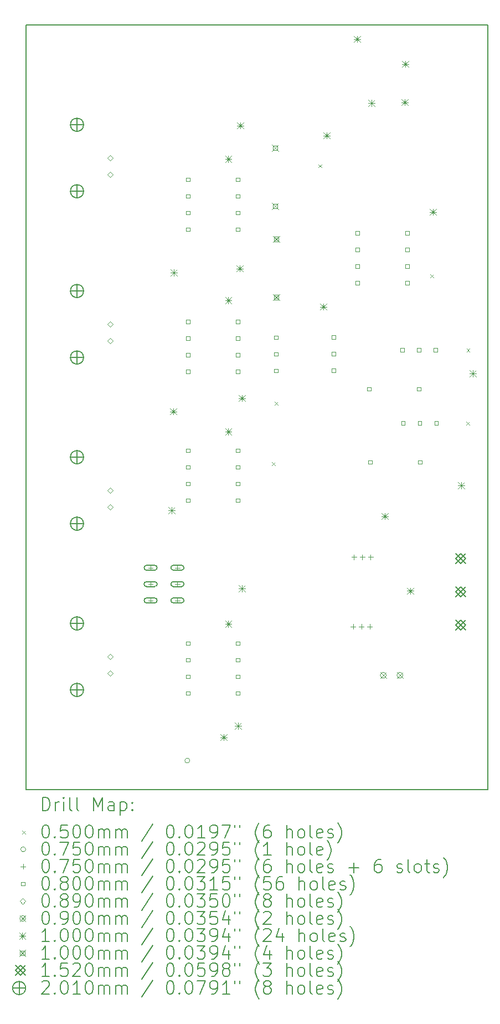
<source format=gbr>
%TF.GenerationSoftware,KiCad,Pcbnew,6.0.11-2627ca5db0~126~ubuntu20.04.1*%
%TF.CreationDate,2024-05-08T08:33:13-06:00*%
%TF.ProjectId,LaserPID,4c617365-7250-4494-942e-6b696361645f,rev?*%
%TF.SameCoordinates,Original*%
%TF.FileFunction,Drillmap*%
%TF.FilePolarity,Positive*%
%FSLAX45Y45*%
G04 Gerber Fmt 4.5, Leading zero omitted, Abs format (unit mm)*
G04 Created by KiCad (PCBNEW 6.0.11-2627ca5db0~126~ubuntu20.04.1) date 2024-05-08 08:33:13*
%MOMM*%
%LPD*%
G01*
G04 APERTURE LIST*
%ADD10C,0.150000*%
%ADD11C,0.200000*%
%ADD12C,0.050000*%
%ADD13C,0.075000*%
%ADD14C,0.080000*%
%ADD15C,0.089000*%
%ADD16C,0.090000*%
%ADD17C,0.100000*%
%ADD18C,0.152000*%
%ADD19C,0.201000*%
G04 APERTURE END LIST*
D10*
X74676000Y-1905000D02*
X74676000Y-13589000D01*
X74676000Y-1905000D02*
X81737200Y-1905000D01*
X74676000Y-13589000D02*
X81737200Y-13589000D01*
X81737200Y-13589000D02*
X81737200Y-1905000D01*
D11*
D12*
X78435600Y-8585600D02*
X78485600Y-8635600D01*
X78485600Y-8585600D02*
X78435600Y-8635600D01*
X78473700Y-7658500D02*
X78523700Y-7708500D01*
X78523700Y-7658500D02*
X78473700Y-7708500D01*
X79144260Y-4033920D02*
X79194260Y-4083920D01*
X79194260Y-4033920D02*
X79144260Y-4083920D01*
X80856220Y-5712860D02*
X80906220Y-5762860D01*
X80906220Y-5712860D02*
X80856220Y-5762860D01*
X81407400Y-7965840D02*
X81457400Y-8015840D01*
X81457400Y-7965840D02*
X81407400Y-8015840D01*
X81409940Y-6845700D02*
X81459940Y-6895700D01*
X81459940Y-6845700D02*
X81409940Y-6895700D01*
D13*
X77177300Y-13144500D02*
G75*
G03*
X77177300Y-13144500I-37500J0D01*
G01*
X76579200Y-10160300D02*
X76579200Y-10235300D01*
X76541700Y-10197800D02*
X76616700Y-10197800D01*
D11*
X76516700Y-10235300D02*
X76641700Y-10235300D01*
X76516700Y-10160300D02*
X76641700Y-10160300D01*
X76641700Y-10235300D02*
G75*
G03*
X76641700Y-10160300I0J37500D01*
G01*
X76516700Y-10160300D02*
G75*
G03*
X76516700Y-10235300I0J-37500D01*
G01*
D13*
X76579200Y-10410300D02*
X76579200Y-10485300D01*
X76541700Y-10447800D02*
X76616700Y-10447800D01*
D11*
X76516700Y-10485300D02*
X76641700Y-10485300D01*
X76516700Y-10410300D02*
X76641700Y-10410300D01*
X76641700Y-10485300D02*
G75*
G03*
X76641700Y-10410300I0J37500D01*
G01*
X76516700Y-10410300D02*
G75*
G03*
X76516700Y-10485300I0J-37500D01*
G01*
D13*
X76579200Y-10660300D02*
X76579200Y-10735300D01*
X76541700Y-10697800D02*
X76616700Y-10697800D01*
D11*
X76516700Y-10735300D02*
X76641700Y-10735300D01*
X76516700Y-10660300D02*
X76641700Y-10660300D01*
X76641700Y-10735300D02*
G75*
G03*
X76641700Y-10660300I0J37500D01*
G01*
X76516700Y-10660300D02*
G75*
G03*
X76516700Y-10735300I0J-37500D01*
G01*
D13*
X76989200Y-10160300D02*
X76989200Y-10235300D01*
X76951700Y-10197800D02*
X77026700Y-10197800D01*
D11*
X76926700Y-10235300D02*
X77051700Y-10235300D01*
X76926700Y-10160300D02*
X77051700Y-10160300D01*
X77051700Y-10235300D02*
G75*
G03*
X77051700Y-10160300I0J37500D01*
G01*
X76926700Y-10160300D02*
G75*
G03*
X76926700Y-10235300I0J-37500D01*
G01*
D13*
X76989200Y-10410300D02*
X76989200Y-10485300D01*
X76951700Y-10447800D02*
X77026700Y-10447800D01*
D11*
X76926700Y-10485300D02*
X77051700Y-10485300D01*
X76926700Y-10410300D02*
X77051700Y-10410300D01*
X77051700Y-10485300D02*
G75*
G03*
X77051700Y-10410300I0J37500D01*
G01*
X76926700Y-10410300D02*
G75*
G03*
X76926700Y-10485300I0J-37500D01*
G01*
D13*
X76989200Y-10660300D02*
X76989200Y-10735300D01*
X76951700Y-10697800D02*
X77026700Y-10697800D01*
D11*
X76926700Y-10735300D02*
X77051700Y-10735300D01*
X76926700Y-10660300D02*
X77051700Y-10660300D01*
X77051700Y-10735300D02*
G75*
G03*
X77051700Y-10660300I0J37500D01*
G01*
X76926700Y-10660300D02*
G75*
G03*
X76926700Y-10735300I0J-37500D01*
G01*
D13*
X79677260Y-11059320D02*
X79677260Y-11134320D01*
X79639760Y-11096820D02*
X79714760Y-11096820D01*
X79689960Y-9995940D02*
X79689960Y-10070940D01*
X79652460Y-10033440D02*
X79727460Y-10033440D01*
X79804260Y-11059320D02*
X79804260Y-11134320D01*
X79766760Y-11096820D02*
X79841760Y-11096820D01*
X79816960Y-9995940D02*
X79816960Y-10070940D01*
X79779460Y-10033440D02*
X79854460Y-10033440D01*
X79931260Y-11059320D02*
X79931260Y-11134320D01*
X79893760Y-11096820D02*
X79968760Y-11096820D01*
X79943960Y-9995940D02*
X79943960Y-10070940D01*
X79906460Y-10033440D02*
X79981460Y-10033440D01*
D14*
X77179434Y-4295485D02*
X77179434Y-4238916D01*
X77122865Y-4238916D01*
X77122865Y-4295485D01*
X77179434Y-4295485D01*
X77179434Y-4549485D02*
X77179434Y-4492916D01*
X77122865Y-4492916D01*
X77122865Y-4549485D01*
X77179434Y-4549485D01*
X77179434Y-4803485D02*
X77179434Y-4746916D01*
X77122865Y-4746916D01*
X77122865Y-4803485D01*
X77179434Y-4803485D01*
X77179434Y-5057485D02*
X77179434Y-5000916D01*
X77122865Y-5000916D01*
X77122865Y-5057485D01*
X77179434Y-5057485D01*
X77179434Y-6465834D02*
X77179434Y-6409265D01*
X77122865Y-6409265D01*
X77122865Y-6465834D01*
X77179434Y-6465834D01*
X77179434Y-6719834D02*
X77179434Y-6663265D01*
X77122865Y-6663265D01*
X77122865Y-6719834D01*
X77179434Y-6719834D01*
X77179434Y-6973834D02*
X77179434Y-6917265D01*
X77122865Y-6917265D01*
X77122865Y-6973834D01*
X77179434Y-6973834D01*
X77179434Y-7227834D02*
X77179434Y-7171265D01*
X77122865Y-7171265D01*
X77122865Y-7227834D01*
X77179434Y-7227834D01*
X77179434Y-8435685D02*
X77179434Y-8379115D01*
X77122865Y-8379115D01*
X77122865Y-8435685D01*
X77179434Y-8435685D01*
X77179434Y-8689685D02*
X77179434Y-8633116D01*
X77122865Y-8633116D01*
X77122865Y-8689685D01*
X77179434Y-8689685D01*
X77179434Y-8943685D02*
X77179434Y-8887116D01*
X77122865Y-8887116D01*
X77122865Y-8943685D01*
X77179434Y-8943685D01*
X77179434Y-9197685D02*
X77179434Y-9141116D01*
X77122865Y-9141116D01*
X77122865Y-9197685D01*
X77179434Y-9197685D01*
X77179434Y-11382084D02*
X77179434Y-11325515D01*
X77122865Y-11325515D01*
X77122865Y-11382084D01*
X77179434Y-11382084D01*
X77179434Y-11636084D02*
X77179434Y-11579515D01*
X77122865Y-11579515D01*
X77122865Y-11636084D01*
X77179434Y-11636084D01*
X77179434Y-11890084D02*
X77179434Y-11833515D01*
X77122865Y-11833515D01*
X77122865Y-11890084D01*
X77179434Y-11890084D01*
X77179434Y-12144084D02*
X77179434Y-12087515D01*
X77122865Y-12087515D01*
X77122865Y-12144084D01*
X77179434Y-12144084D01*
X77941434Y-4295485D02*
X77941434Y-4238916D01*
X77884865Y-4238916D01*
X77884865Y-4295485D01*
X77941434Y-4295485D01*
X77941434Y-4549485D02*
X77941434Y-4492916D01*
X77884865Y-4492916D01*
X77884865Y-4549485D01*
X77941434Y-4549485D01*
X77941434Y-4803485D02*
X77941434Y-4746916D01*
X77884865Y-4746916D01*
X77884865Y-4803485D01*
X77941434Y-4803485D01*
X77941434Y-5057485D02*
X77941434Y-5000916D01*
X77884865Y-5000916D01*
X77884865Y-5057485D01*
X77941434Y-5057485D01*
X77941434Y-6465834D02*
X77941434Y-6409265D01*
X77884865Y-6409265D01*
X77884865Y-6465834D01*
X77941434Y-6465834D01*
X77941434Y-6719834D02*
X77941434Y-6663265D01*
X77884865Y-6663265D01*
X77884865Y-6719834D01*
X77941434Y-6719834D01*
X77941434Y-6973834D02*
X77941434Y-6917265D01*
X77884865Y-6917265D01*
X77884865Y-6973834D01*
X77941434Y-6973834D01*
X77941434Y-7227834D02*
X77941434Y-7171265D01*
X77884865Y-7171265D01*
X77884865Y-7227834D01*
X77941434Y-7227834D01*
X77941434Y-8435685D02*
X77941434Y-8379115D01*
X77884865Y-8379115D01*
X77884865Y-8435685D01*
X77941434Y-8435685D01*
X77941434Y-8689685D02*
X77941434Y-8633116D01*
X77884865Y-8633116D01*
X77884865Y-8689685D01*
X77941434Y-8689685D01*
X77941434Y-8943685D02*
X77941434Y-8887116D01*
X77884865Y-8887116D01*
X77884865Y-8943685D01*
X77941434Y-8943685D01*
X77941434Y-9197685D02*
X77941434Y-9141116D01*
X77884865Y-9141116D01*
X77884865Y-9197685D01*
X77941434Y-9197685D01*
X77941434Y-11382084D02*
X77941434Y-11325515D01*
X77884865Y-11325515D01*
X77884865Y-11382084D01*
X77941434Y-11382084D01*
X77941434Y-11636084D02*
X77941434Y-11579515D01*
X77884865Y-11579515D01*
X77884865Y-11636084D01*
X77941434Y-11636084D01*
X77941434Y-11890084D02*
X77941434Y-11833515D01*
X77884865Y-11833515D01*
X77884865Y-11890084D01*
X77941434Y-11890084D01*
X77941434Y-12144084D02*
X77941434Y-12087515D01*
X77884865Y-12087515D01*
X77884865Y-12144084D01*
X77941434Y-12144084D01*
X78526985Y-6708484D02*
X78526985Y-6651915D01*
X78470416Y-6651915D01*
X78470416Y-6708484D01*
X78526985Y-6708484D01*
X78526985Y-6962484D02*
X78526985Y-6905915D01*
X78470416Y-6905915D01*
X78470416Y-6962484D01*
X78526985Y-6962484D01*
X78526985Y-7216484D02*
X78526985Y-7159915D01*
X78470416Y-7159915D01*
X78470416Y-7216484D01*
X78526985Y-7216484D01*
X79408365Y-6702404D02*
X79408365Y-6645835D01*
X79351796Y-6645835D01*
X79351796Y-6702404D01*
X79408365Y-6702404D01*
X79408365Y-6956404D02*
X79408365Y-6899835D01*
X79351796Y-6899835D01*
X79351796Y-6956404D01*
X79408365Y-6956404D01*
X79408365Y-7210404D02*
X79408365Y-7153835D01*
X79351796Y-7153835D01*
X79351796Y-7210404D01*
X79408365Y-7210404D01*
X79768735Y-5109285D02*
X79768735Y-5052716D01*
X79712166Y-5052716D01*
X79712166Y-5109285D01*
X79768735Y-5109285D01*
X79768735Y-5363285D02*
X79768735Y-5306716D01*
X79712166Y-5306716D01*
X79712166Y-5363285D01*
X79768735Y-5363285D01*
X79768735Y-5617284D02*
X79768735Y-5560716D01*
X79712166Y-5560716D01*
X79712166Y-5617284D01*
X79768735Y-5617284D01*
X79768735Y-5871284D02*
X79768735Y-5814715D01*
X79712166Y-5814715D01*
X79712166Y-5871284D01*
X79768735Y-5871284D01*
X79949385Y-7495884D02*
X79949385Y-7439315D01*
X79892816Y-7439315D01*
X79892816Y-7495884D01*
X79949385Y-7495884D01*
X79962085Y-8613485D02*
X79962085Y-8556916D01*
X79905516Y-8556916D01*
X79905516Y-8613485D01*
X79962085Y-8613485D01*
X80456385Y-6898984D02*
X80456385Y-6842415D01*
X80399816Y-6842415D01*
X80399816Y-6898984D01*
X80456385Y-6898984D01*
X80469085Y-8016584D02*
X80469085Y-7960015D01*
X80412516Y-7960015D01*
X80412516Y-8016584D01*
X80469085Y-8016584D01*
X80530735Y-5109285D02*
X80530735Y-5052716D01*
X80474166Y-5052716D01*
X80474166Y-5109285D01*
X80530735Y-5109285D01*
X80530735Y-5363285D02*
X80530735Y-5306716D01*
X80474166Y-5306716D01*
X80474166Y-5363285D01*
X80530735Y-5363285D01*
X80530735Y-5617284D02*
X80530735Y-5560716D01*
X80474166Y-5560716D01*
X80474166Y-5617284D01*
X80530735Y-5617284D01*
X80530735Y-5871284D02*
X80530735Y-5814715D01*
X80474166Y-5814715D01*
X80474166Y-5871284D01*
X80530735Y-5871284D01*
X80710385Y-6898984D02*
X80710385Y-6842415D01*
X80653816Y-6842415D01*
X80653816Y-6898984D01*
X80710385Y-6898984D01*
X80711385Y-7495884D02*
X80711385Y-7439315D01*
X80654816Y-7439315D01*
X80654816Y-7495884D01*
X80711385Y-7495884D01*
X80723085Y-8016584D02*
X80723085Y-7960015D01*
X80666516Y-7960015D01*
X80666516Y-8016584D01*
X80723085Y-8016584D01*
X80724085Y-8613485D02*
X80724085Y-8556916D01*
X80667516Y-8556916D01*
X80667516Y-8613485D01*
X80724085Y-8613485D01*
X80964385Y-6898984D02*
X80964385Y-6842415D01*
X80907816Y-6842415D01*
X80907816Y-6898984D01*
X80964385Y-6898984D01*
X80977085Y-8016584D02*
X80977085Y-7960015D01*
X80920516Y-7960015D01*
X80920516Y-8016584D01*
X80977085Y-8016584D01*
D15*
X75961600Y-3981900D02*
X76006100Y-3937400D01*
X75961600Y-3892900D01*
X75917100Y-3937400D01*
X75961600Y-3981900D01*
X75961600Y-4235900D02*
X76006100Y-4191400D01*
X75961600Y-4146900D01*
X75917100Y-4191400D01*
X75961600Y-4235900D01*
X75961600Y-6521900D02*
X76006100Y-6477400D01*
X75961600Y-6432900D01*
X75917100Y-6477400D01*
X75961600Y-6521900D01*
X75961600Y-6775900D02*
X76006100Y-6731400D01*
X75961600Y-6686900D01*
X75917100Y-6731400D01*
X75961600Y-6775900D01*
X75961600Y-9061500D02*
X76006100Y-9017000D01*
X75961600Y-8972500D01*
X75917100Y-9017000D01*
X75961600Y-9061500D01*
X75961600Y-9315500D02*
X76006100Y-9271000D01*
X75961600Y-9226500D01*
X75917100Y-9271000D01*
X75961600Y-9315500D01*
X75961600Y-11601500D02*
X76006100Y-11557000D01*
X75961600Y-11512500D01*
X75917100Y-11557000D01*
X75961600Y-11601500D01*
X75961600Y-11855500D02*
X76006100Y-11811000D01*
X75961600Y-11766500D01*
X75917100Y-11811000D01*
X75961600Y-11855500D01*
D16*
X80092000Y-11796480D02*
X80182000Y-11886480D01*
X80182000Y-11796480D02*
X80092000Y-11886480D01*
X80182000Y-11841480D02*
G75*
G03*
X80182000Y-11841480I-45000J0D01*
G01*
X80346000Y-11796480D02*
X80436000Y-11886480D01*
X80436000Y-11796480D02*
X80346000Y-11886480D01*
X80436000Y-11841480D02*
G75*
G03*
X80436000Y-11841480I-45000J0D01*
G01*
D17*
X76851139Y-9274439D02*
X76951139Y-9374439D01*
X76951139Y-9274439D02*
X76851139Y-9374439D01*
X76901139Y-9274439D02*
X76901139Y-9374439D01*
X76851139Y-9324439D02*
X76951139Y-9324439D01*
X76873900Y-7760500D02*
X76973900Y-7860500D01*
X76973900Y-7760500D02*
X76873900Y-7860500D01*
X76923900Y-7760500D02*
X76923900Y-7860500D01*
X76873900Y-7810500D02*
X76973900Y-7810500D01*
X76886600Y-5639600D02*
X76986600Y-5739600D01*
X76986600Y-5639600D02*
X76886600Y-5739600D01*
X76936600Y-5639600D02*
X76936600Y-5739600D01*
X76886600Y-5689600D02*
X76986600Y-5689600D01*
X77643520Y-12738900D02*
X77743520Y-12838900D01*
X77743520Y-12738900D02*
X77643520Y-12838900D01*
X77693520Y-12738900D02*
X77693520Y-12838900D01*
X77643520Y-12788900D02*
X77743520Y-12788900D01*
X77718150Y-3906350D02*
X77818150Y-4006350D01*
X77818150Y-3906350D02*
X77718150Y-4006350D01*
X77768150Y-3906350D02*
X77768150Y-4006350D01*
X77718150Y-3956350D02*
X77818150Y-3956350D01*
X77718150Y-6064750D02*
X77818150Y-6164750D01*
X77818150Y-6064750D02*
X77718150Y-6164750D01*
X77768150Y-6064750D02*
X77768150Y-6164750D01*
X77718150Y-6114750D02*
X77818150Y-6114750D01*
X77718150Y-8071950D02*
X77818150Y-8171950D01*
X77818150Y-8071950D02*
X77718150Y-8171950D01*
X77768150Y-8071950D02*
X77768150Y-8171950D01*
X77718150Y-8121950D02*
X77818150Y-8121950D01*
X77718150Y-11005050D02*
X77818150Y-11105050D01*
X77818150Y-11005050D02*
X77718150Y-11105050D01*
X77768150Y-11005050D02*
X77768150Y-11105050D01*
X77718150Y-11055050D02*
X77818150Y-11055050D01*
X77864500Y-12565632D02*
X77964500Y-12665632D01*
X77964500Y-12565632D02*
X77864500Y-12665632D01*
X77914500Y-12565632D02*
X77914500Y-12665632D01*
X77864500Y-12615632D02*
X77964500Y-12615632D01*
X77889900Y-5576100D02*
X77989900Y-5676100D01*
X77989900Y-5576100D02*
X77889900Y-5676100D01*
X77939900Y-5576100D02*
X77939900Y-5676100D01*
X77889900Y-5626100D02*
X77989900Y-5626100D01*
X77902600Y-3391700D02*
X78002600Y-3491700D01*
X78002600Y-3391700D02*
X77902600Y-3491700D01*
X77952600Y-3391700D02*
X77952600Y-3491700D01*
X77902600Y-3441700D02*
X78002600Y-3441700D01*
X77928000Y-7557300D02*
X78028000Y-7657300D01*
X78028000Y-7557300D02*
X77928000Y-7657300D01*
X77978000Y-7557300D02*
X77978000Y-7657300D01*
X77928000Y-7607300D02*
X78028000Y-7607300D01*
X77928000Y-10465600D02*
X78028000Y-10565600D01*
X78028000Y-10465600D02*
X77928000Y-10565600D01*
X77978000Y-10465600D02*
X77978000Y-10565600D01*
X77928000Y-10515600D02*
X78028000Y-10515600D01*
X79168750Y-6160300D02*
X79268750Y-6260300D01*
X79268750Y-6160300D02*
X79168750Y-6260300D01*
X79218750Y-6160300D02*
X79218750Y-6260300D01*
X79168750Y-6210300D02*
X79268750Y-6210300D01*
X79219550Y-3544100D02*
X79319550Y-3644100D01*
X79319550Y-3544100D02*
X79219550Y-3644100D01*
X79269550Y-3544100D02*
X79269550Y-3644100D01*
X79219550Y-3594100D02*
X79319550Y-3594100D01*
X79689450Y-2070900D02*
X79789450Y-2170900D01*
X79789450Y-2070900D02*
X79689450Y-2170900D01*
X79739450Y-2070900D02*
X79739450Y-2170900D01*
X79689450Y-2120900D02*
X79789450Y-2120900D01*
X79905350Y-3048800D02*
X80005350Y-3148800D01*
X80005350Y-3048800D02*
X79905350Y-3148800D01*
X79955350Y-3048800D02*
X79955350Y-3148800D01*
X79905350Y-3098800D02*
X80005350Y-3098800D01*
X80110300Y-9360700D02*
X80210300Y-9460700D01*
X80210300Y-9360700D02*
X80110300Y-9460700D01*
X80160300Y-9360700D02*
X80160300Y-9460700D01*
X80110300Y-9410700D02*
X80210300Y-9410700D01*
X80413350Y-3036100D02*
X80513350Y-3136100D01*
X80513350Y-3036100D02*
X80413350Y-3136100D01*
X80463350Y-3036100D02*
X80463350Y-3136100D01*
X80413350Y-3086100D02*
X80513350Y-3086100D01*
X80426050Y-2451900D02*
X80526050Y-2551900D01*
X80526050Y-2451900D02*
X80426050Y-2551900D01*
X80476050Y-2451900D02*
X80476050Y-2551900D01*
X80426050Y-2501900D02*
X80526050Y-2501900D01*
X80502330Y-10502470D02*
X80602330Y-10602470D01*
X80602330Y-10502470D02*
X80502330Y-10602470D01*
X80552330Y-10502470D02*
X80552330Y-10602470D01*
X80502330Y-10552470D02*
X80602330Y-10552470D01*
X80845150Y-4712500D02*
X80945150Y-4812500D01*
X80945150Y-4712500D02*
X80845150Y-4812500D01*
X80895150Y-4712500D02*
X80895150Y-4812500D01*
X80845150Y-4762500D02*
X80945150Y-4762500D01*
X81275720Y-8888260D02*
X81375720Y-8988260D01*
X81375720Y-8888260D02*
X81275720Y-8988260D01*
X81325720Y-8888260D02*
X81325720Y-8988260D01*
X81275720Y-8938260D02*
X81375720Y-8938260D01*
X81458600Y-7181380D02*
X81558600Y-7281380D01*
X81558600Y-7181380D02*
X81458600Y-7281380D01*
X81508600Y-7181380D02*
X81508600Y-7281380D01*
X81458600Y-7231380D02*
X81558600Y-7231380D01*
X78436000Y-3732900D02*
X78536000Y-3832900D01*
X78536000Y-3732900D02*
X78436000Y-3832900D01*
X78521356Y-3818256D02*
X78521356Y-3747544D01*
X78450644Y-3747544D01*
X78450644Y-3818256D01*
X78521356Y-3818256D01*
X78436000Y-4621900D02*
X78536000Y-4721900D01*
X78536000Y-4621900D02*
X78436000Y-4721900D01*
X78521356Y-4707256D02*
X78521356Y-4636544D01*
X78450644Y-4636544D01*
X78450644Y-4707256D01*
X78521356Y-4707256D01*
X78448700Y-5126100D02*
X78548700Y-5226100D01*
X78548700Y-5126100D02*
X78448700Y-5226100D01*
X78534056Y-5211456D02*
X78534056Y-5140744D01*
X78463344Y-5140744D01*
X78463344Y-5211456D01*
X78534056Y-5211456D01*
X78448700Y-6015100D02*
X78548700Y-6115100D01*
X78548700Y-6015100D02*
X78448700Y-6115100D01*
X78534056Y-6100456D02*
X78534056Y-6029744D01*
X78463344Y-6029744D01*
X78463344Y-6100456D01*
X78534056Y-6100456D01*
D18*
X81242100Y-9982400D02*
X81394100Y-10134400D01*
X81394100Y-9982400D02*
X81242100Y-10134400D01*
X81318100Y-10134400D02*
X81394100Y-10058400D01*
X81318100Y-9982400D01*
X81242100Y-10058400D01*
X81318100Y-10134400D01*
X81242100Y-10490400D02*
X81394100Y-10642400D01*
X81394100Y-10490400D02*
X81242100Y-10642400D01*
X81318100Y-10642400D02*
X81394100Y-10566400D01*
X81318100Y-10490400D01*
X81242100Y-10566400D01*
X81318100Y-10642400D01*
X81242100Y-10998400D02*
X81394100Y-11150400D01*
X81394100Y-10998400D02*
X81242100Y-11150400D01*
X81318100Y-11150400D02*
X81394100Y-11074400D01*
X81318100Y-10998400D01*
X81242100Y-11074400D01*
X81318100Y-11150400D01*
D19*
X75453600Y-3328900D02*
X75453600Y-3529900D01*
X75353100Y-3429400D02*
X75554100Y-3429400D01*
X75554100Y-3429400D02*
G75*
G03*
X75554100Y-3429400I-100500J0D01*
G01*
X75453600Y-4344900D02*
X75453600Y-4545900D01*
X75353100Y-4445400D02*
X75554100Y-4445400D01*
X75554100Y-4445400D02*
G75*
G03*
X75554100Y-4445400I-100500J0D01*
G01*
X75453600Y-5868900D02*
X75453600Y-6069900D01*
X75353100Y-5969400D02*
X75554100Y-5969400D01*
X75554100Y-5969400D02*
G75*
G03*
X75554100Y-5969400I-100500J0D01*
G01*
X75453600Y-6884900D02*
X75453600Y-7085900D01*
X75353100Y-6985400D02*
X75554100Y-6985400D01*
X75554100Y-6985400D02*
G75*
G03*
X75554100Y-6985400I-100500J0D01*
G01*
X75453600Y-8408500D02*
X75453600Y-8609500D01*
X75353100Y-8509000D02*
X75554100Y-8509000D01*
X75554100Y-8509000D02*
G75*
G03*
X75554100Y-8509000I-100500J0D01*
G01*
X75453600Y-9424500D02*
X75453600Y-9625500D01*
X75353100Y-9525000D02*
X75554100Y-9525000D01*
X75554100Y-9525000D02*
G75*
G03*
X75554100Y-9525000I-100500J0D01*
G01*
X75453600Y-10948500D02*
X75453600Y-11149500D01*
X75353100Y-11049000D02*
X75554100Y-11049000D01*
X75554100Y-11049000D02*
G75*
G03*
X75554100Y-11049000I-100500J0D01*
G01*
X75453600Y-11964500D02*
X75453600Y-12165500D01*
X75353100Y-12065000D02*
X75554100Y-12065000D01*
X75554100Y-12065000D02*
G75*
G03*
X75554100Y-12065000I-100500J0D01*
G01*
D11*
X74926119Y-13906976D02*
X74926119Y-13706976D01*
X74973738Y-13706976D01*
X75002310Y-13716500D01*
X75021357Y-13735548D01*
X75030881Y-13754595D01*
X75040405Y-13792690D01*
X75040405Y-13821262D01*
X75030881Y-13859357D01*
X75021357Y-13878405D01*
X75002310Y-13897452D01*
X74973738Y-13906976D01*
X74926119Y-13906976D01*
X75126119Y-13906976D02*
X75126119Y-13773643D01*
X75126119Y-13811738D02*
X75135643Y-13792690D01*
X75145167Y-13783167D01*
X75164214Y-13773643D01*
X75183262Y-13773643D01*
X75249929Y-13906976D02*
X75249929Y-13773643D01*
X75249929Y-13706976D02*
X75240405Y-13716500D01*
X75249929Y-13726024D01*
X75259452Y-13716500D01*
X75249929Y-13706976D01*
X75249929Y-13726024D01*
X75373738Y-13906976D02*
X75354690Y-13897452D01*
X75345167Y-13878405D01*
X75345167Y-13706976D01*
X75478500Y-13906976D02*
X75459452Y-13897452D01*
X75449929Y-13878405D01*
X75449929Y-13706976D01*
X75707071Y-13906976D02*
X75707071Y-13706976D01*
X75773738Y-13849833D01*
X75840405Y-13706976D01*
X75840405Y-13906976D01*
X76021357Y-13906976D02*
X76021357Y-13802214D01*
X76011833Y-13783167D01*
X75992786Y-13773643D01*
X75954690Y-13773643D01*
X75935643Y-13783167D01*
X76021357Y-13897452D02*
X76002310Y-13906976D01*
X75954690Y-13906976D01*
X75935643Y-13897452D01*
X75926119Y-13878405D01*
X75926119Y-13859357D01*
X75935643Y-13840309D01*
X75954690Y-13830786D01*
X76002310Y-13830786D01*
X76021357Y-13821262D01*
X76116595Y-13773643D02*
X76116595Y-13973643D01*
X76116595Y-13783167D02*
X76135643Y-13773643D01*
X76173738Y-13773643D01*
X76192786Y-13783167D01*
X76202310Y-13792690D01*
X76211833Y-13811738D01*
X76211833Y-13868881D01*
X76202310Y-13887928D01*
X76192786Y-13897452D01*
X76173738Y-13906976D01*
X76135643Y-13906976D01*
X76116595Y-13897452D01*
X76297548Y-13887928D02*
X76307071Y-13897452D01*
X76297548Y-13906976D01*
X76288024Y-13897452D01*
X76297548Y-13887928D01*
X76297548Y-13906976D01*
X76297548Y-13783167D02*
X76307071Y-13792690D01*
X76297548Y-13802214D01*
X76288024Y-13792690D01*
X76297548Y-13783167D01*
X76297548Y-13802214D01*
D12*
X74618500Y-14211500D02*
X74668500Y-14261500D01*
X74668500Y-14211500D02*
X74618500Y-14261500D01*
D11*
X74964214Y-14126976D02*
X74983262Y-14126976D01*
X75002310Y-14136500D01*
X75011833Y-14146024D01*
X75021357Y-14165071D01*
X75030881Y-14203167D01*
X75030881Y-14250786D01*
X75021357Y-14288881D01*
X75011833Y-14307928D01*
X75002310Y-14317452D01*
X74983262Y-14326976D01*
X74964214Y-14326976D01*
X74945167Y-14317452D01*
X74935643Y-14307928D01*
X74926119Y-14288881D01*
X74916595Y-14250786D01*
X74916595Y-14203167D01*
X74926119Y-14165071D01*
X74935643Y-14146024D01*
X74945167Y-14136500D01*
X74964214Y-14126976D01*
X75116595Y-14307928D02*
X75126119Y-14317452D01*
X75116595Y-14326976D01*
X75107071Y-14317452D01*
X75116595Y-14307928D01*
X75116595Y-14326976D01*
X75307071Y-14126976D02*
X75211833Y-14126976D01*
X75202310Y-14222214D01*
X75211833Y-14212690D01*
X75230881Y-14203167D01*
X75278500Y-14203167D01*
X75297548Y-14212690D01*
X75307071Y-14222214D01*
X75316595Y-14241262D01*
X75316595Y-14288881D01*
X75307071Y-14307928D01*
X75297548Y-14317452D01*
X75278500Y-14326976D01*
X75230881Y-14326976D01*
X75211833Y-14317452D01*
X75202310Y-14307928D01*
X75440405Y-14126976D02*
X75459452Y-14126976D01*
X75478500Y-14136500D01*
X75488024Y-14146024D01*
X75497548Y-14165071D01*
X75507071Y-14203167D01*
X75507071Y-14250786D01*
X75497548Y-14288881D01*
X75488024Y-14307928D01*
X75478500Y-14317452D01*
X75459452Y-14326976D01*
X75440405Y-14326976D01*
X75421357Y-14317452D01*
X75411833Y-14307928D01*
X75402310Y-14288881D01*
X75392786Y-14250786D01*
X75392786Y-14203167D01*
X75402310Y-14165071D01*
X75411833Y-14146024D01*
X75421357Y-14136500D01*
X75440405Y-14126976D01*
X75630881Y-14126976D02*
X75649929Y-14126976D01*
X75668976Y-14136500D01*
X75678500Y-14146024D01*
X75688024Y-14165071D01*
X75697548Y-14203167D01*
X75697548Y-14250786D01*
X75688024Y-14288881D01*
X75678500Y-14307928D01*
X75668976Y-14317452D01*
X75649929Y-14326976D01*
X75630881Y-14326976D01*
X75611833Y-14317452D01*
X75602310Y-14307928D01*
X75592786Y-14288881D01*
X75583262Y-14250786D01*
X75583262Y-14203167D01*
X75592786Y-14165071D01*
X75602310Y-14146024D01*
X75611833Y-14136500D01*
X75630881Y-14126976D01*
X75783262Y-14326976D02*
X75783262Y-14193643D01*
X75783262Y-14212690D02*
X75792786Y-14203167D01*
X75811833Y-14193643D01*
X75840405Y-14193643D01*
X75859452Y-14203167D01*
X75868976Y-14222214D01*
X75868976Y-14326976D01*
X75868976Y-14222214D02*
X75878500Y-14203167D01*
X75897548Y-14193643D01*
X75926119Y-14193643D01*
X75945167Y-14203167D01*
X75954690Y-14222214D01*
X75954690Y-14326976D01*
X76049929Y-14326976D02*
X76049929Y-14193643D01*
X76049929Y-14212690D02*
X76059452Y-14203167D01*
X76078500Y-14193643D01*
X76107071Y-14193643D01*
X76126119Y-14203167D01*
X76135643Y-14222214D01*
X76135643Y-14326976D01*
X76135643Y-14222214D02*
X76145167Y-14203167D01*
X76164214Y-14193643D01*
X76192786Y-14193643D01*
X76211833Y-14203167D01*
X76221357Y-14222214D01*
X76221357Y-14326976D01*
X76611833Y-14117452D02*
X76440405Y-14374595D01*
X76868976Y-14126976D02*
X76888024Y-14126976D01*
X76907071Y-14136500D01*
X76916595Y-14146024D01*
X76926119Y-14165071D01*
X76935643Y-14203167D01*
X76935643Y-14250786D01*
X76926119Y-14288881D01*
X76916595Y-14307928D01*
X76907071Y-14317452D01*
X76888024Y-14326976D01*
X76868976Y-14326976D01*
X76849929Y-14317452D01*
X76840405Y-14307928D01*
X76830881Y-14288881D01*
X76821357Y-14250786D01*
X76821357Y-14203167D01*
X76830881Y-14165071D01*
X76840405Y-14146024D01*
X76849929Y-14136500D01*
X76868976Y-14126976D01*
X77021357Y-14307928D02*
X77030881Y-14317452D01*
X77021357Y-14326976D01*
X77011833Y-14317452D01*
X77021357Y-14307928D01*
X77021357Y-14326976D01*
X77154690Y-14126976D02*
X77173738Y-14126976D01*
X77192786Y-14136500D01*
X77202310Y-14146024D01*
X77211833Y-14165071D01*
X77221357Y-14203167D01*
X77221357Y-14250786D01*
X77211833Y-14288881D01*
X77202310Y-14307928D01*
X77192786Y-14317452D01*
X77173738Y-14326976D01*
X77154690Y-14326976D01*
X77135643Y-14317452D01*
X77126119Y-14307928D01*
X77116595Y-14288881D01*
X77107071Y-14250786D01*
X77107071Y-14203167D01*
X77116595Y-14165071D01*
X77126119Y-14146024D01*
X77135643Y-14136500D01*
X77154690Y-14126976D01*
X77411833Y-14326976D02*
X77297548Y-14326976D01*
X77354690Y-14326976D02*
X77354690Y-14126976D01*
X77335643Y-14155548D01*
X77316595Y-14174595D01*
X77297548Y-14184119D01*
X77507071Y-14326976D02*
X77545167Y-14326976D01*
X77564214Y-14317452D01*
X77573738Y-14307928D01*
X77592786Y-14279357D01*
X77602310Y-14241262D01*
X77602310Y-14165071D01*
X77592786Y-14146024D01*
X77583262Y-14136500D01*
X77564214Y-14126976D01*
X77526119Y-14126976D01*
X77507071Y-14136500D01*
X77497548Y-14146024D01*
X77488024Y-14165071D01*
X77488024Y-14212690D01*
X77497548Y-14231738D01*
X77507071Y-14241262D01*
X77526119Y-14250786D01*
X77564214Y-14250786D01*
X77583262Y-14241262D01*
X77592786Y-14231738D01*
X77602310Y-14212690D01*
X77668976Y-14126976D02*
X77802310Y-14126976D01*
X77716595Y-14326976D01*
X77868976Y-14126976D02*
X77868976Y-14165071D01*
X77945167Y-14126976D02*
X77945167Y-14165071D01*
X78240405Y-14403167D02*
X78230881Y-14393643D01*
X78211833Y-14365071D01*
X78202310Y-14346024D01*
X78192786Y-14317452D01*
X78183262Y-14269833D01*
X78183262Y-14231738D01*
X78192786Y-14184119D01*
X78202310Y-14155548D01*
X78211833Y-14136500D01*
X78230881Y-14107928D01*
X78240405Y-14098405D01*
X78402310Y-14126976D02*
X78364214Y-14126976D01*
X78345167Y-14136500D01*
X78335643Y-14146024D01*
X78316595Y-14174595D01*
X78307071Y-14212690D01*
X78307071Y-14288881D01*
X78316595Y-14307928D01*
X78326119Y-14317452D01*
X78345167Y-14326976D01*
X78383262Y-14326976D01*
X78402310Y-14317452D01*
X78411833Y-14307928D01*
X78421357Y-14288881D01*
X78421357Y-14241262D01*
X78411833Y-14222214D01*
X78402310Y-14212690D01*
X78383262Y-14203167D01*
X78345167Y-14203167D01*
X78326119Y-14212690D01*
X78316595Y-14222214D01*
X78307071Y-14241262D01*
X78659452Y-14326976D02*
X78659452Y-14126976D01*
X78745167Y-14326976D02*
X78745167Y-14222214D01*
X78735643Y-14203167D01*
X78716595Y-14193643D01*
X78688024Y-14193643D01*
X78668976Y-14203167D01*
X78659452Y-14212690D01*
X78868976Y-14326976D02*
X78849929Y-14317452D01*
X78840405Y-14307928D01*
X78830881Y-14288881D01*
X78830881Y-14231738D01*
X78840405Y-14212690D01*
X78849929Y-14203167D01*
X78868976Y-14193643D01*
X78897548Y-14193643D01*
X78916595Y-14203167D01*
X78926119Y-14212690D01*
X78935643Y-14231738D01*
X78935643Y-14288881D01*
X78926119Y-14307928D01*
X78916595Y-14317452D01*
X78897548Y-14326976D01*
X78868976Y-14326976D01*
X79049929Y-14326976D02*
X79030881Y-14317452D01*
X79021357Y-14298405D01*
X79021357Y-14126976D01*
X79202310Y-14317452D02*
X79183262Y-14326976D01*
X79145167Y-14326976D01*
X79126119Y-14317452D01*
X79116595Y-14298405D01*
X79116595Y-14222214D01*
X79126119Y-14203167D01*
X79145167Y-14193643D01*
X79183262Y-14193643D01*
X79202310Y-14203167D01*
X79211833Y-14222214D01*
X79211833Y-14241262D01*
X79116595Y-14260309D01*
X79288024Y-14317452D02*
X79307071Y-14326976D01*
X79345167Y-14326976D01*
X79364214Y-14317452D01*
X79373738Y-14298405D01*
X79373738Y-14288881D01*
X79364214Y-14269833D01*
X79345167Y-14260309D01*
X79316595Y-14260309D01*
X79297548Y-14250786D01*
X79288024Y-14231738D01*
X79288024Y-14222214D01*
X79297548Y-14203167D01*
X79316595Y-14193643D01*
X79345167Y-14193643D01*
X79364214Y-14203167D01*
X79440405Y-14403167D02*
X79449929Y-14393643D01*
X79468976Y-14365071D01*
X79478500Y-14346024D01*
X79488024Y-14317452D01*
X79497548Y-14269833D01*
X79497548Y-14231738D01*
X79488024Y-14184119D01*
X79478500Y-14155548D01*
X79468976Y-14136500D01*
X79449929Y-14107928D01*
X79440405Y-14098405D01*
D13*
X74668500Y-14500500D02*
G75*
G03*
X74668500Y-14500500I-37500J0D01*
G01*
D11*
X74964214Y-14390976D02*
X74983262Y-14390976D01*
X75002310Y-14400500D01*
X75011833Y-14410024D01*
X75021357Y-14429071D01*
X75030881Y-14467167D01*
X75030881Y-14514786D01*
X75021357Y-14552881D01*
X75011833Y-14571928D01*
X75002310Y-14581452D01*
X74983262Y-14590976D01*
X74964214Y-14590976D01*
X74945167Y-14581452D01*
X74935643Y-14571928D01*
X74926119Y-14552881D01*
X74916595Y-14514786D01*
X74916595Y-14467167D01*
X74926119Y-14429071D01*
X74935643Y-14410024D01*
X74945167Y-14400500D01*
X74964214Y-14390976D01*
X75116595Y-14571928D02*
X75126119Y-14581452D01*
X75116595Y-14590976D01*
X75107071Y-14581452D01*
X75116595Y-14571928D01*
X75116595Y-14590976D01*
X75192786Y-14390976D02*
X75326119Y-14390976D01*
X75240405Y-14590976D01*
X75497548Y-14390976D02*
X75402310Y-14390976D01*
X75392786Y-14486214D01*
X75402310Y-14476690D01*
X75421357Y-14467167D01*
X75468976Y-14467167D01*
X75488024Y-14476690D01*
X75497548Y-14486214D01*
X75507071Y-14505262D01*
X75507071Y-14552881D01*
X75497548Y-14571928D01*
X75488024Y-14581452D01*
X75468976Y-14590976D01*
X75421357Y-14590976D01*
X75402310Y-14581452D01*
X75392786Y-14571928D01*
X75630881Y-14390976D02*
X75649929Y-14390976D01*
X75668976Y-14400500D01*
X75678500Y-14410024D01*
X75688024Y-14429071D01*
X75697548Y-14467167D01*
X75697548Y-14514786D01*
X75688024Y-14552881D01*
X75678500Y-14571928D01*
X75668976Y-14581452D01*
X75649929Y-14590976D01*
X75630881Y-14590976D01*
X75611833Y-14581452D01*
X75602310Y-14571928D01*
X75592786Y-14552881D01*
X75583262Y-14514786D01*
X75583262Y-14467167D01*
X75592786Y-14429071D01*
X75602310Y-14410024D01*
X75611833Y-14400500D01*
X75630881Y-14390976D01*
X75783262Y-14590976D02*
X75783262Y-14457643D01*
X75783262Y-14476690D02*
X75792786Y-14467167D01*
X75811833Y-14457643D01*
X75840405Y-14457643D01*
X75859452Y-14467167D01*
X75868976Y-14486214D01*
X75868976Y-14590976D01*
X75868976Y-14486214D02*
X75878500Y-14467167D01*
X75897548Y-14457643D01*
X75926119Y-14457643D01*
X75945167Y-14467167D01*
X75954690Y-14486214D01*
X75954690Y-14590976D01*
X76049929Y-14590976D02*
X76049929Y-14457643D01*
X76049929Y-14476690D02*
X76059452Y-14467167D01*
X76078500Y-14457643D01*
X76107071Y-14457643D01*
X76126119Y-14467167D01*
X76135643Y-14486214D01*
X76135643Y-14590976D01*
X76135643Y-14486214D02*
X76145167Y-14467167D01*
X76164214Y-14457643D01*
X76192786Y-14457643D01*
X76211833Y-14467167D01*
X76221357Y-14486214D01*
X76221357Y-14590976D01*
X76611833Y-14381452D02*
X76440405Y-14638595D01*
X76868976Y-14390976D02*
X76888024Y-14390976D01*
X76907071Y-14400500D01*
X76916595Y-14410024D01*
X76926119Y-14429071D01*
X76935643Y-14467167D01*
X76935643Y-14514786D01*
X76926119Y-14552881D01*
X76916595Y-14571928D01*
X76907071Y-14581452D01*
X76888024Y-14590976D01*
X76868976Y-14590976D01*
X76849929Y-14581452D01*
X76840405Y-14571928D01*
X76830881Y-14552881D01*
X76821357Y-14514786D01*
X76821357Y-14467167D01*
X76830881Y-14429071D01*
X76840405Y-14410024D01*
X76849929Y-14400500D01*
X76868976Y-14390976D01*
X77021357Y-14571928D02*
X77030881Y-14581452D01*
X77021357Y-14590976D01*
X77011833Y-14581452D01*
X77021357Y-14571928D01*
X77021357Y-14590976D01*
X77154690Y-14390976D02*
X77173738Y-14390976D01*
X77192786Y-14400500D01*
X77202310Y-14410024D01*
X77211833Y-14429071D01*
X77221357Y-14467167D01*
X77221357Y-14514786D01*
X77211833Y-14552881D01*
X77202310Y-14571928D01*
X77192786Y-14581452D01*
X77173738Y-14590976D01*
X77154690Y-14590976D01*
X77135643Y-14581452D01*
X77126119Y-14571928D01*
X77116595Y-14552881D01*
X77107071Y-14514786D01*
X77107071Y-14467167D01*
X77116595Y-14429071D01*
X77126119Y-14410024D01*
X77135643Y-14400500D01*
X77154690Y-14390976D01*
X77297548Y-14410024D02*
X77307071Y-14400500D01*
X77326119Y-14390976D01*
X77373738Y-14390976D01*
X77392786Y-14400500D01*
X77402310Y-14410024D01*
X77411833Y-14429071D01*
X77411833Y-14448119D01*
X77402310Y-14476690D01*
X77288024Y-14590976D01*
X77411833Y-14590976D01*
X77507071Y-14590976D02*
X77545167Y-14590976D01*
X77564214Y-14581452D01*
X77573738Y-14571928D01*
X77592786Y-14543357D01*
X77602310Y-14505262D01*
X77602310Y-14429071D01*
X77592786Y-14410024D01*
X77583262Y-14400500D01*
X77564214Y-14390976D01*
X77526119Y-14390976D01*
X77507071Y-14400500D01*
X77497548Y-14410024D01*
X77488024Y-14429071D01*
X77488024Y-14476690D01*
X77497548Y-14495738D01*
X77507071Y-14505262D01*
X77526119Y-14514786D01*
X77564214Y-14514786D01*
X77583262Y-14505262D01*
X77592786Y-14495738D01*
X77602310Y-14476690D01*
X77783262Y-14390976D02*
X77688024Y-14390976D01*
X77678500Y-14486214D01*
X77688024Y-14476690D01*
X77707071Y-14467167D01*
X77754690Y-14467167D01*
X77773738Y-14476690D01*
X77783262Y-14486214D01*
X77792786Y-14505262D01*
X77792786Y-14552881D01*
X77783262Y-14571928D01*
X77773738Y-14581452D01*
X77754690Y-14590976D01*
X77707071Y-14590976D01*
X77688024Y-14581452D01*
X77678500Y-14571928D01*
X77868976Y-14390976D02*
X77868976Y-14429071D01*
X77945167Y-14390976D02*
X77945167Y-14429071D01*
X78240405Y-14667167D02*
X78230881Y-14657643D01*
X78211833Y-14629071D01*
X78202310Y-14610024D01*
X78192786Y-14581452D01*
X78183262Y-14533833D01*
X78183262Y-14495738D01*
X78192786Y-14448119D01*
X78202310Y-14419548D01*
X78211833Y-14400500D01*
X78230881Y-14371928D01*
X78240405Y-14362405D01*
X78421357Y-14590976D02*
X78307071Y-14590976D01*
X78364214Y-14590976D02*
X78364214Y-14390976D01*
X78345167Y-14419548D01*
X78326119Y-14438595D01*
X78307071Y-14448119D01*
X78659452Y-14590976D02*
X78659452Y-14390976D01*
X78745167Y-14590976D02*
X78745167Y-14486214D01*
X78735643Y-14467167D01*
X78716595Y-14457643D01*
X78688024Y-14457643D01*
X78668976Y-14467167D01*
X78659452Y-14476690D01*
X78868976Y-14590976D02*
X78849929Y-14581452D01*
X78840405Y-14571928D01*
X78830881Y-14552881D01*
X78830881Y-14495738D01*
X78840405Y-14476690D01*
X78849929Y-14467167D01*
X78868976Y-14457643D01*
X78897548Y-14457643D01*
X78916595Y-14467167D01*
X78926119Y-14476690D01*
X78935643Y-14495738D01*
X78935643Y-14552881D01*
X78926119Y-14571928D01*
X78916595Y-14581452D01*
X78897548Y-14590976D01*
X78868976Y-14590976D01*
X79049929Y-14590976D02*
X79030881Y-14581452D01*
X79021357Y-14562405D01*
X79021357Y-14390976D01*
X79202310Y-14581452D02*
X79183262Y-14590976D01*
X79145167Y-14590976D01*
X79126119Y-14581452D01*
X79116595Y-14562405D01*
X79116595Y-14486214D01*
X79126119Y-14467167D01*
X79145167Y-14457643D01*
X79183262Y-14457643D01*
X79202310Y-14467167D01*
X79211833Y-14486214D01*
X79211833Y-14505262D01*
X79116595Y-14524309D01*
X79278500Y-14667167D02*
X79288024Y-14657643D01*
X79307071Y-14629071D01*
X79316595Y-14610024D01*
X79326119Y-14581452D01*
X79335643Y-14533833D01*
X79335643Y-14495738D01*
X79326119Y-14448119D01*
X79316595Y-14419548D01*
X79307071Y-14400500D01*
X79288024Y-14371928D01*
X79278500Y-14362405D01*
D13*
X74631000Y-14727000D02*
X74631000Y-14802000D01*
X74593500Y-14764500D02*
X74668500Y-14764500D01*
D11*
X74964214Y-14654976D02*
X74983262Y-14654976D01*
X75002310Y-14664500D01*
X75011833Y-14674024D01*
X75021357Y-14693071D01*
X75030881Y-14731167D01*
X75030881Y-14778786D01*
X75021357Y-14816881D01*
X75011833Y-14835928D01*
X75002310Y-14845452D01*
X74983262Y-14854976D01*
X74964214Y-14854976D01*
X74945167Y-14845452D01*
X74935643Y-14835928D01*
X74926119Y-14816881D01*
X74916595Y-14778786D01*
X74916595Y-14731167D01*
X74926119Y-14693071D01*
X74935643Y-14674024D01*
X74945167Y-14664500D01*
X74964214Y-14654976D01*
X75116595Y-14835928D02*
X75126119Y-14845452D01*
X75116595Y-14854976D01*
X75107071Y-14845452D01*
X75116595Y-14835928D01*
X75116595Y-14854976D01*
X75192786Y-14654976D02*
X75326119Y-14654976D01*
X75240405Y-14854976D01*
X75497548Y-14654976D02*
X75402310Y-14654976D01*
X75392786Y-14750214D01*
X75402310Y-14740690D01*
X75421357Y-14731167D01*
X75468976Y-14731167D01*
X75488024Y-14740690D01*
X75497548Y-14750214D01*
X75507071Y-14769262D01*
X75507071Y-14816881D01*
X75497548Y-14835928D01*
X75488024Y-14845452D01*
X75468976Y-14854976D01*
X75421357Y-14854976D01*
X75402310Y-14845452D01*
X75392786Y-14835928D01*
X75630881Y-14654976D02*
X75649929Y-14654976D01*
X75668976Y-14664500D01*
X75678500Y-14674024D01*
X75688024Y-14693071D01*
X75697548Y-14731167D01*
X75697548Y-14778786D01*
X75688024Y-14816881D01*
X75678500Y-14835928D01*
X75668976Y-14845452D01*
X75649929Y-14854976D01*
X75630881Y-14854976D01*
X75611833Y-14845452D01*
X75602310Y-14835928D01*
X75592786Y-14816881D01*
X75583262Y-14778786D01*
X75583262Y-14731167D01*
X75592786Y-14693071D01*
X75602310Y-14674024D01*
X75611833Y-14664500D01*
X75630881Y-14654976D01*
X75783262Y-14854976D02*
X75783262Y-14721643D01*
X75783262Y-14740690D02*
X75792786Y-14731167D01*
X75811833Y-14721643D01*
X75840405Y-14721643D01*
X75859452Y-14731167D01*
X75868976Y-14750214D01*
X75868976Y-14854976D01*
X75868976Y-14750214D02*
X75878500Y-14731167D01*
X75897548Y-14721643D01*
X75926119Y-14721643D01*
X75945167Y-14731167D01*
X75954690Y-14750214D01*
X75954690Y-14854976D01*
X76049929Y-14854976D02*
X76049929Y-14721643D01*
X76049929Y-14740690D02*
X76059452Y-14731167D01*
X76078500Y-14721643D01*
X76107071Y-14721643D01*
X76126119Y-14731167D01*
X76135643Y-14750214D01*
X76135643Y-14854976D01*
X76135643Y-14750214D02*
X76145167Y-14731167D01*
X76164214Y-14721643D01*
X76192786Y-14721643D01*
X76211833Y-14731167D01*
X76221357Y-14750214D01*
X76221357Y-14854976D01*
X76611833Y-14645452D02*
X76440405Y-14902595D01*
X76868976Y-14654976D02*
X76888024Y-14654976D01*
X76907071Y-14664500D01*
X76916595Y-14674024D01*
X76926119Y-14693071D01*
X76935643Y-14731167D01*
X76935643Y-14778786D01*
X76926119Y-14816881D01*
X76916595Y-14835928D01*
X76907071Y-14845452D01*
X76888024Y-14854976D01*
X76868976Y-14854976D01*
X76849929Y-14845452D01*
X76840405Y-14835928D01*
X76830881Y-14816881D01*
X76821357Y-14778786D01*
X76821357Y-14731167D01*
X76830881Y-14693071D01*
X76840405Y-14674024D01*
X76849929Y-14664500D01*
X76868976Y-14654976D01*
X77021357Y-14835928D02*
X77030881Y-14845452D01*
X77021357Y-14854976D01*
X77011833Y-14845452D01*
X77021357Y-14835928D01*
X77021357Y-14854976D01*
X77154690Y-14654976D02*
X77173738Y-14654976D01*
X77192786Y-14664500D01*
X77202310Y-14674024D01*
X77211833Y-14693071D01*
X77221357Y-14731167D01*
X77221357Y-14778786D01*
X77211833Y-14816881D01*
X77202310Y-14835928D01*
X77192786Y-14845452D01*
X77173738Y-14854976D01*
X77154690Y-14854976D01*
X77135643Y-14845452D01*
X77126119Y-14835928D01*
X77116595Y-14816881D01*
X77107071Y-14778786D01*
X77107071Y-14731167D01*
X77116595Y-14693071D01*
X77126119Y-14674024D01*
X77135643Y-14664500D01*
X77154690Y-14654976D01*
X77297548Y-14674024D02*
X77307071Y-14664500D01*
X77326119Y-14654976D01*
X77373738Y-14654976D01*
X77392786Y-14664500D01*
X77402310Y-14674024D01*
X77411833Y-14693071D01*
X77411833Y-14712119D01*
X77402310Y-14740690D01*
X77288024Y-14854976D01*
X77411833Y-14854976D01*
X77507071Y-14854976D02*
X77545167Y-14854976D01*
X77564214Y-14845452D01*
X77573738Y-14835928D01*
X77592786Y-14807357D01*
X77602310Y-14769262D01*
X77602310Y-14693071D01*
X77592786Y-14674024D01*
X77583262Y-14664500D01*
X77564214Y-14654976D01*
X77526119Y-14654976D01*
X77507071Y-14664500D01*
X77497548Y-14674024D01*
X77488024Y-14693071D01*
X77488024Y-14740690D01*
X77497548Y-14759738D01*
X77507071Y-14769262D01*
X77526119Y-14778786D01*
X77564214Y-14778786D01*
X77583262Y-14769262D01*
X77592786Y-14759738D01*
X77602310Y-14740690D01*
X77783262Y-14654976D02*
X77688024Y-14654976D01*
X77678500Y-14750214D01*
X77688024Y-14740690D01*
X77707071Y-14731167D01*
X77754690Y-14731167D01*
X77773738Y-14740690D01*
X77783262Y-14750214D01*
X77792786Y-14769262D01*
X77792786Y-14816881D01*
X77783262Y-14835928D01*
X77773738Y-14845452D01*
X77754690Y-14854976D01*
X77707071Y-14854976D01*
X77688024Y-14845452D01*
X77678500Y-14835928D01*
X77868976Y-14654976D02*
X77868976Y-14693071D01*
X77945167Y-14654976D02*
X77945167Y-14693071D01*
X78240405Y-14931167D02*
X78230881Y-14921643D01*
X78211833Y-14893071D01*
X78202310Y-14874024D01*
X78192786Y-14845452D01*
X78183262Y-14797833D01*
X78183262Y-14759738D01*
X78192786Y-14712119D01*
X78202310Y-14683548D01*
X78211833Y-14664500D01*
X78230881Y-14635928D01*
X78240405Y-14626405D01*
X78402310Y-14654976D02*
X78364214Y-14654976D01*
X78345167Y-14664500D01*
X78335643Y-14674024D01*
X78316595Y-14702595D01*
X78307071Y-14740690D01*
X78307071Y-14816881D01*
X78316595Y-14835928D01*
X78326119Y-14845452D01*
X78345167Y-14854976D01*
X78383262Y-14854976D01*
X78402310Y-14845452D01*
X78411833Y-14835928D01*
X78421357Y-14816881D01*
X78421357Y-14769262D01*
X78411833Y-14750214D01*
X78402310Y-14740690D01*
X78383262Y-14731167D01*
X78345167Y-14731167D01*
X78326119Y-14740690D01*
X78316595Y-14750214D01*
X78307071Y-14769262D01*
X78659452Y-14854976D02*
X78659452Y-14654976D01*
X78745167Y-14854976D02*
X78745167Y-14750214D01*
X78735643Y-14731167D01*
X78716595Y-14721643D01*
X78688024Y-14721643D01*
X78668976Y-14731167D01*
X78659452Y-14740690D01*
X78868976Y-14854976D02*
X78849929Y-14845452D01*
X78840405Y-14835928D01*
X78830881Y-14816881D01*
X78830881Y-14759738D01*
X78840405Y-14740690D01*
X78849929Y-14731167D01*
X78868976Y-14721643D01*
X78897548Y-14721643D01*
X78916595Y-14731167D01*
X78926119Y-14740690D01*
X78935643Y-14759738D01*
X78935643Y-14816881D01*
X78926119Y-14835928D01*
X78916595Y-14845452D01*
X78897548Y-14854976D01*
X78868976Y-14854976D01*
X79049929Y-14854976D02*
X79030881Y-14845452D01*
X79021357Y-14826405D01*
X79021357Y-14654976D01*
X79202310Y-14845452D02*
X79183262Y-14854976D01*
X79145167Y-14854976D01*
X79126119Y-14845452D01*
X79116595Y-14826405D01*
X79116595Y-14750214D01*
X79126119Y-14731167D01*
X79145167Y-14721643D01*
X79183262Y-14721643D01*
X79202310Y-14731167D01*
X79211833Y-14750214D01*
X79211833Y-14769262D01*
X79116595Y-14788309D01*
X79288024Y-14845452D02*
X79307071Y-14854976D01*
X79345167Y-14854976D01*
X79364214Y-14845452D01*
X79373738Y-14826405D01*
X79373738Y-14816881D01*
X79364214Y-14797833D01*
X79345167Y-14788309D01*
X79316595Y-14788309D01*
X79297548Y-14778786D01*
X79288024Y-14759738D01*
X79288024Y-14750214D01*
X79297548Y-14731167D01*
X79316595Y-14721643D01*
X79345167Y-14721643D01*
X79364214Y-14731167D01*
X79611833Y-14778786D02*
X79764214Y-14778786D01*
X79688024Y-14854976D02*
X79688024Y-14702595D01*
X80097548Y-14654976D02*
X80059452Y-14654976D01*
X80040405Y-14664500D01*
X80030881Y-14674024D01*
X80011833Y-14702595D01*
X80002310Y-14740690D01*
X80002310Y-14816881D01*
X80011833Y-14835928D01*
X80021357Y-14845452D01*
X80040405Y-14854976D01*
X80078500Y-14854976D01*
X80097548Y-14845452D01*
X80107071Y-14835928D01*
X80116595Y-14816881D01*
X80116595Y-14769262D01*
X80107071Y-14750214D01*
X80097548Y-14740690D01*
X80078500Y-14731167D01*
X80040405Y-14731167D01*
X80021357Y-14740690D01*
X80011833Y-14750214D01*
X80002310Y-14769262D01*
X80345167Y-14845452D02*
X80364214Y-14854976D01*
X80402310Y-14854976D01*
X80421357Y-14845452D01*
X80430881Y-14826405D01*
X80430881Y-14816881D01*
X80421357Y-14797833D01*
X80402310Y-14788309D01*
X80373738Y-14788309D01*
X80354690Y-14778786D01*
X80345167Y-14759738D01*
X80345167Y-14750214D01*
X80354690Y-14731167D01*
X80373738Y-14721643D01*
X80402310Y-14721643D01*
X80421357Y-14731167D01*
X80545167Y-14854976D02*
X80526119Y-14845452D01*
X80516595Y-14826405D01*
X80516595Y-14654976D01*
X80649929Y-14854976D02*
X80630881Y-14845452D01*
X80621357Y-14835928D01*
X80611833Y-14816881D01*
X80611833Y-14759738D01*
X80621357Y-14740690D01*
X80630881Y-14731167D01*
X80649929Y-14721643D01*
X80678500Y-14721643D01*
X80697548Y-14731167D01*
X80707071Y-14740690D01*
X80716595Y-14759738D01*
X80716595Y-14816881D01*
X80707071Y-14835928D01*
X80697548Y-14845452D01*
X80678500Y-14854976D01*
X80649929Y-14854976D01*
X80773738Y-14721643D02*
X80849929Y-14721643D01*
X80802310Y-14654976D02*
X80802310Y-14826405D01*
X80811833Y-14845452D01*
X80830881Y-14854976D01*
X80849929Y-14854976D01*
X80907071Y-14845452D02*
X80926119Y-14854976D01*
X80964214Y-14854976D01*
X80983262Y-14845452D01*
X80992786Y-14826405D01*
X80992786Y-14816881D01*
X80983262Y-14797833D01*
X80964214Y-14788309D01*
X80935643Y-14788309D01*
X80916595Y-14778786D01*
X80907071Y-14759738D01*
X80907071Y-14750214D01*
X80916595Y-14731167D01*
X80935643Y-14721643D01*
X80964214Y-14721643D01*
X80983262Y-14731167D01*
X81059452Y-14931167D02*
X81068976Y-14921643D01*
X81088024Y-14893071D01*
X81097548Y-14874024D01*
X81107071Y-14845452D01*
X81116595Y-14797833D01*
X81116595Y-14759738D01*
X81107071Y-14712119D01*
X81097548Y-14683548D01*
X81088024Y-14664500D01*
X81068976Y-14635928D01*
X81059452Y-14626405D01*
D14*
X74656785Y-15056784D02*
X74656785Y-15000215D01*
X74600216Y-15000215D01*
X74600216Y-15056784D01*
X74656785Y-15056784D01*
D11*
X74964214Y-14918976D02*
X74983262Y-14918976D01*
X75002310Y-14928500D01*
X75011833Y-14938024D01*
X75021357Y-14957071D01*
X75030881Y-14995167D01*
X75030881Y-15042786D01*
X75021357Y-15080881D01*
X75011833Y-15099928D01*
X75002310Y-15109452D01*
X74983262Y-15118976D01*
X74964214Y-15118976D01*
X74945167Y-15109452D01*
X74935643Y-15099928D01*
X74926119Y-15080881D01*
X74916595Y-15042786D01*
X74916595Y-14995167D01*
X74926119Y-14957071D01*
X74935643Y-14938024D01*
X74945167Y-14928500D01*
X74964214Y-14918976D01*
X75116595Y-15099928D02*
X75126119Y-15109452D01*
X75116595Y-15118976D01*
X75107071Y-15109452D01*
X75116595Y-15099928D01*
X75116595Y-15118976D01*
X75240405Y-15004690D02*
X75221357Y-14995167D01*
X75211833Y-14985643D01*
X75202310Y-14966595D01*
X75202310Y-14957071D01*
X75211833Y-14938024D01*
X75221357Y-14928500D01*
X75240405Y-14918976D01*
X75278500Y-14918976D01*
X75297548Y-14928500D01*
X75307071Y-14938024D01*
X75316595Y-14957071D01*
X75316595Y-14966595D01*
X75307071Y-14985643D01*
X75297548Y-14995167D01*
X75278500Y-15004690D01*
X75240405Y-15004690D01*
X75221357Y-15014214D01*
X75211833Y-15023738D01*
X75202310Y-15042786D01*
X75202310Y-15080881D01*
X75211833Y-15099928D01*
X75221357Y-15109452D01*
X75240405Y-15118976D01*
X75278500Y-15118976D01*
X75297548Y-15109452D01*
X75307071Y-15099928D01*
X75316595Y-15080881D01*
X75316595Y-15042786D01*
X75307071Y-15023738D01*
X75297548Y-15014214D01*
X75278500Y-15004690D01*
X75440405Y-14918976D02*
X75459452Y-14918976D01*
X75478500Y-14928500D01*
X75488024Y-14938024D01*
X75497548Y-14957071D01*
X75507071Y-14995167D01*
X75507071Y-15042786D01*
X75497548Y-15080881D01*
X75488024Y-15099928D01*
X75478500Y-15109452D01*
X75459452Y-15118976D01*
X75440405Y-15118976D01*
X75421357Y-15109452D01*
X75411833Y-15099928D01*
X75402310Y-15080881D01*
X75392786Y-15042786D01*
X75392786Y-14995167D01*
X75402310Y-14957071D01*
X75411833Y-14938024D01*
X75421357Y-14928500D01*
X75440405Y-14918976D01*
X75630881Y-14918976D02*
X75649929Y-14918976D01*
X75668976Y-14928500D01*
X75678500Y-14938024D01*
X75688024Y-14957071D01*
X75697548Y-14995167D01*
X75697548Y-15042786D01*
X75688024Y-15080881D01*
X75678500Y-15099928D01*
X75668976Y-15109452D01*
X75649929Y-15118976D01*
X75630881Y-15118976D01*
X75611833Y-15109452D01*
X75602310Y-15099928D01*
X75592786Y-15080881D01*
X75583262Y-15042786D01*
X75583262Y-14995167D01*
X75592786Y-14957071D01*
X75602310Y-14938024D01*
X75611833Y-14928500D01*
X75630881Y-14918976D01*
X75783262Y-15118976D02*
X75783262Y-14985643D01*
X75783262Y-15004690D02*
X75792786Y-14995167D01*
X75811833Y-14985643D01*
X75840405Y-14985643D01*
X75859452Y-14995167D01*
X75868976Y-15014214D01*
X75868976Y-15118976D01*
X75868976Y-15014214D02*
X75878500Y-14995167D01*
X75897548Y-14985643D01*
X75926119Y-14985643D01*
X75945167Y-14995167D01*
X75954690Y-15014214D01*
X75954690Y-15118976D01*
X76049929Y-15118976D02*
X76049929Y-14985643D01*
X76049929Y-15004690D02*
X76059452Y-14995167D01*
X76078500Y-14985643D01*
X76107071Y-14985643D01*
X76126119Y-14995167D01*
X76135643Y-15014214D01*
X76135643Y-15118976D01*
X76135643Y-15014214D02*
X76145167Y-14995167D01*
X76164214Y-14985643D01*
X76192786Y-14985643D01*
X76211833Y-14995167D01*
X76221357Y-15014214D01*
X76221357Y-15118976D01*
X76611833Y-14909452D02*
X76440405Y-15166595D01*
X76868976Y-14918976D02*
X76888024Y-14918976D01*
X76907071Y-14928500D01*
X76916595Y-14938024D01*
X76926119Y-14957071D01*
X76935643Y-14995167D01*
X76935643Y-15042786D01*
X76926119Y-15080881D01*
X76916595Y-15099928D01*
X76907071Y-15109452D01*
X76888024Y-15118976D01*
X76868976Y-15118976D01*
X76849929Y-15109452D01*
X76840405Y-15099928D01*
X76830881Y-15080881D01*
X76821357Y-15042786D01*
X76821357Y-14995167D01*
X76830881Y-14957071D01*
X76840405Y-14938024D01*
X76849929Y-14928500D01*
X76868976Y-14918976D01*
X77021357Y-15099928D02*
X77030881Y-15109452D01*
X77021357Y-15118976D01*
X77011833Y-15109452D01*
X77021357Y-15099928D01*
X77021357Y-15118976D01*
X77154690Y-14918976D02*
X77173738Y-14918976D01*
X77192786Y-14928500D01*
X77202310Y-14938024D01*
X77211833Y-14957071D01*
X77221357Y-14995167D01*
X77221357Y-15042786D01*
X77211833Y-15080881D01*
X77202310Y-15099928D01*
X77192786Y-15109452D01*
X77173738Y-15118976D01*
X77154690Y-15118976D01*
X77135643Y-15109452D01*
X77126119Y-15099928D01*
X77116595Y-15080881D01*
X77107071Y-15042786D01*
X77107071Y-14995167D01*
X77116595Y-14957071D01*
X77126119Y-14938024D01*
X77135643Y-14928500D01*
X77154690Y-14918976D01*
X77288024Y-14918976D02*
X77411833Y-14918976D01*
X77345167Y-14995167D01*
X77373738Y-14995167D01*
X77392786Y-15004690D01*
X77402310Y-15014214D01*
X77411833Y-15033262D01*
X77411833Y-15080881D01*
X77402310Y-15099928D01*
X77392786Y-15109452D01*
X77373738Y-15118976D01*
X77316595Y-15118976D01*
X77297548Y-15109452D01*
X77288024Y-15099928D01*
X77602310Y-15118976D02*
X77488024Y-15118976D01*
X77545167Y-15118976D02*
X77545167Y-14918976D01*
X77526119Y-14947548D01*
X77507071Y-14966595D01*
X77488024Y-14976119D01*
X77783262Y-14918976D02*
X77688024Y-14918976D01*
X77678500Y-15014214D01*
X77688024Y-15004690D01*
X77707071Y-14995167D01*
X77754690Y-14995167D01*
X77773738Y-15004690D01*
X77783262Y-15014214D01*
X77792786Y-15033262D01*
X77792786Y-15080881D01*
X77783262Y-15099928D01*
X77773738Y-15109452D01*
X77754690Y-15118976D01*
X77707071Y-15118976D01*
X77688024Y-15109452D01*
X77678500Y-15099928D01*
X77868976Y-14918976D02*
X77868976Y-14957071D01*
X77945167Y-14918976D02*
X77945167Y-14957071D01*
X78240405Y-15195167D02*
X78230881Y-15185643D01*
X78211833Y-15157071D01*
X78202310Y-15138024D01*
X78192786Y-15109452D01*
X78183262Y-15061833D01*
X78183262Y-15023738D01*
X78192786Y-14976119D01*
X78202310Y-14947548D01*
X78211833Y-14928500D01*
X78230881Y-14899928D01*
X78240405Y-14890405D01*
X78411833Y-14918976D02*
X78316595Y-14918976D01*
X78307071Y-15014214D01*
X78316595Y-15004690D01*
X78335643Y-14995167D01*
X78383262Y-14995167D01*
X78402310Y-15004690D01*
X78411833Y-15014214D01*
X78421357Y-15033262D01*
X78421357Y-15080881D01*
X78411833Y-15099928D01*
X78402310Y-15109452D01*
X78383262Y-15118976D01*
X78335643Y-15118976D01*
X78316595Y-15109452D01*
X78307071Y-15099928D01*
X78592786Y-14918976D02*
X78554690Y-14918976D01*
X78535643Y-14928500D01*
X78526119Y-14938024D01*
X78507071Y-14966595D01*
X78497548Y-15004690D01*
X78497548Y-15080881D01*
X78507071Y-15099928D01*
X78516595Y-15109452D01*
X78535643Y-15118976D01*
X78573738Y-15118976D01*
X78592786Y-15109452D01*
X78602310Y-15099928D01*
X78611833Y-15080881D01*
X78611833Y-15033262D01*
X78602310Y-15014214D01*
X78592786Y-15004690D01*
X78573738Y-14995167D01*
X78535643Y-14995167D01*
X78516595Y-15004690D01*
X78507071Y-15014214D01*
X78497548Y-15033262D01*
X78849929Y-15118976D02*
X78849929Y-14918976D01*
X78935643Y-15118976D02*
X78935643Y-15014214D01*
X78926119Y-14995167D01*
X78907071Y-14985643D01*
X78878500Y-14985643D01*
X78859452Y-14995167D01*
X78849929Y-15004690D01*
X79059452Y-15118976D02*
X79040405Y-15109452D01*
X79030881Y-15099928D01*
X79021357Y-15080881D01*
X79021357Y-15023738D01*
X79030881Y-15004690D01*
X79040405Y-14995167D01*
X79059452Y-14985643D01*
X79088024Y-14985643D01*
X79107071Y-14995167D01*
X79116595Y-15004690D01*
X79126119Y-15023738D01*
X79126119Y-15080881D01*
X79116595Y-15099928D01*
X79107071Y-15109452D01*
X79088024Y-15118976D01*
X79059452Y-15118976D01*
X79240405Y-15118976D02*
X79221357Y-15109452D01*
X79211833Y-15090405D01*
X79211833Y-14918976D01*
X79392786Y-15109452D02*
X79373738Y-15118976D01*
X79335643Y-15118976D01*
X79316595Y-15109452D01*
X79307071Y-15090405D01*
X79307071Y-15014214D01*
X79316595Y-14995167D01*
X79335643Y-14985643D01*
X79373738Y-14985643D01*
X79392786Y-14995167D01*
X79402310Y-15014214D01*
X79402310Y-15033262D01*
X79307071Y-15052309D01*
X79478500Y-15109452D02*
X79497548Y-15118976D01*
X79535643Y-15118976D01*
X79554690Y-15109452D01*
X79564214Y-15090405D01*
X79564214Y-15080881D01*
X79554690Y-15061833D01*
X79535643Y-15052309D01*
X79507071Y-15052309D01*
X79488024Y-15042786D01*
X79478500Y-15023738D01*
X79478500Y-15014214D01*
X79488024Y-14995167D01*
X79507071Y-14985643D01*
X79535643Y-14985643D01*
X79554690Y-14995167D01*
X79630881Y-15195167D02*
X79640405Y-15185643D01*
X79659452Y-15157071D01*
X79668976Y-15138024D01*
X79678500Y-15109452D01*
X79688024Y-15061833D01*
X79688024Y-15023738D01*
X79678500Y-14976119D01*
X79668976Y-14947548D01*
X79659452Y-14928500D01*
X79640405Y-14899928D01*
X79630881Y-14890405D01*
D15*
X74624000Y-15337000D02*
X74668500Y-15292500D01*
X74624000Y-15248000D01*
X74579500Y-15292500D01*
X74624000Y-15337000D01*
D11*
X74964214Y-15182976D02*
X74983262Y-15182976D01*
X75002310Y-15192500D01*
X75011833Y-15202024D01*
X75021357Y-15221071D01*
X75030881Y-15259167D01*
X75030881Y-15306786D01*
X75021357Y-15344881D01*
X75011833Y-15363928D01*
X75002310Y-15373452D01*
X74983262Y-15382976D01*
X74964214Y-15382976D01*
X74945167Y-15373452D01*
X74935643Y-15363928D01*
X74926119Y-15344881D01*
X74916595Y-15306786D01*
X74916595Y-15259167D01*
X74926119Y-15221071D01*
X74935643Y-15202024D01*
X74945167Y-15192500D01*
X74964214Y-15182976D01*
X75116595Y-15363928D02*
X75126119Y-15373452D01*
X75116595Y-15382976D01*
X75107071Y-15373452D01*
X75116595Y-15363928D01*
X75116595Y-15382976D01*
X75240405Y-15268690D02*
X75221357Y-15259167D01*
X75211833Y-15249643D01*
X75202310Y-15230595D01*
X75202310Y-15221071D01*
X75211833Y-15202024D01*
X75221357Y-15192500D01*
X75240405Y-15182976D01*
X75278500Y-15182976D01*
X75297548Y-15192500D01*
X75307071Y-15202024D01*
X75316595Y-15221071D01*
X75316595Y-15230595D01*
X75307071Y-15249643D01*
X75297548Y-15259167D01*
X75278500Y-15268690D01*
X75240405Y-15268690D01*
X75221357Y-15278214D01*
X75211833Y-15287738D01*
X75202310Y-15306786D01*
X75202310Y-15344881D01*
X75211833Y-15363928D01*
X75221357Y-15373452D01*
X75240405Y-15382976D01*
X75278500Y-15382976D01*
X75297548Y-15373452D01*
X75307071Y-15363928D01*
X75316595Y-15344881D01*
X75316595Y-15306786D01*
X75307071Y-15287738D01*
X75297548Y-15278214D01*
X75278500Y-15268690D01*
X75411833Y-15382976D02*
X75449929Y-15382976D01*
X75468976Y-15373452D01*
X75478500Y-15363928D01*
X75497548Y-15335357D01*
X75507071Y-15297262D01*
X75507071Y-15221071D01*
X75497548Y-15202024D01*
X75488024Y-15192500D01*
X75468976Y-15182976D01*
X75430881Y-15182976D01*
X75411833Y-15192500D01*
X75402310Y-15202024D01*
X75392786Y-15221071D01*
X75392786Y-15268690D01*
X75402310Y-15287738D01*
X75411833Y-15297262D01*
X75430881Y-15306786D01*
X75468976Y-15306786D01*
X75488024Y-15297262D01*
X75497548Y-15287738D01*
X75507071Y-15268690D01*
X75630881Y-15182976D02*
X75649929Y-15182976D01*
X75668976Y-15192500D01*
X75678500Y-15202024D01*
X75688024Y-15221071D01*
X75697548Y-15259167D01*
X75697548Y-15306786D01*
X75688024Y-15344881D01*
X75678500Y-15363928D01*
X75668976Y-15373452D01*
X75649929Y-15382976D01*
X75630881Y-15382976D01*
X75611833Y-15373452D01*
X75602310Y-15363928D01*
X75592786Y-15344881D01*
X75583262Y-15306786D01*
X75583262Y-15259167D01*
X75592786Y-15221071D01*
X75602310Y-15202024D01*
X75611833Y-15192500D01*
X75630881Y-15182976D01*
X75783262Y-15382976D02*
X75783262Y-15249643D01*
X75783262Y-15268690D02*
X75792786Y-15259167D01*
X75811833Y-15249643D01*
X75840405Y-15249643D01*
X75859452Y-15259167D01*
X75868976Y-15278214D01*
X75868976Y-15382976D01*
X75868976Y-15278214D02*
X75878500Y-15259167D01*
X75897548Y-15249643D01*
X75926119Y-15249643D01*
X75945167Y-15259167D01*
X75954690Y-15278214D01*
X75954690Y-15382976D01*
X76049929Y-15382976D02*
X76049929Y-15249643D01*
X76049929Y-15268690D02*
X76059452Y-15259167D01*
X76078500Y-15249643D01*
X76107071Y-15249643D01*
X76126119Y-15259167D01*
X76135643Y-15278214D01*
X76135643Y-15382976D01*
X76135643Y-15278214D02*
X76145167Y-15259167D01*
X76164214Y-15249643D01*
X76192786Y-15249643D01*
X76211833Y-15259167D01*
X76221357Y-15278214D01*
X76221357Y-15382976D01*
X76611833Y-15173452D02*
X76440405Y-15430595D01*
X76868976Y-15182976D02*
X76888024Y-15182976D01*
X76907071Y-15192500D01*
X76916595Y-15202024D01*
X76926119Y-15221071D01*
X76935643Y-15259167D01*
X76935643Y-15306786D01*
X76926119Y-15344881D01*
X76916595Y-15363928D01*
X76907071Y-15373452D01*
X76888024Y-15382976D01*
X76868976Y-15382976D01*
X76849929Y-15373452D01*
X76840405Y-15363928D01*
X76830881Y-15344881D01*
X76821357Y-15306786D01*
X76821357Y-15259167D01*
X76830881Y-15221071D01*
X76840405Y-15202024D01*
X76849929Y-15192500D01*
X76868976Y-15182976D01*
X77021357Y-15363928D02*
X77030881Y-15373452D01*
X77021357Y-15382976D01*
X77011833Y-15373452D01*
X77021357Y-15363928D01*
X77021357Y-15382976D01*
X77154690Y-15182976D02*
X77173738Y-15182976D01*
X77192786Y-15192500D01*
X77202310Y-15202024D01*
X77211833Y-15221071D01*
X77221357Y-15259167D01*
X77221357Y-15306786D01*
X77211833Y-15344881D01*
X77202310Y-15363928D01*
X77192786Y-15373452D01*
X77173738Y-15382976D01*
X77154690Y-15382976D01*
X77135643Y-15373452D01*
X77126119Y-15363928D01*
X77116595Y-15344881D01*
X77107071Y-15306786D01*
X77107071Y-15259167D01*
X77116595Y-15221071D01*
X77126119Y-15202024D01*
X77135643Y-15192500D01*
X77154690Y-15182976D01*
X77288024Y-15182976D02*
X77411833Y-15182976D01*
X77345167Y-15259167D01*
X77373738Y-15259167D01*
X77392786Y-15268690D01*
X77402310Y-15278214D01*
X77411833Y-15297262D01*
X77411833Y-15344881D01*
X77402310Y-15363928D01*
X77392786Y-15373452D01*
X77373738Y-15382976D01*
X77316595Y-15382976D01*
X77297548Y-15373452D01*
X77288024Y-15363928D01*
X77592786Y-15182976D02*
X77497548Y-15182976D01*
X77488024Y-15278214D01*
X77497548Y-15268690D01*
X77516595Y-15259167D01*
X77564214Y-15259167D01*
X77583262Y-15268690D01*
X77592786Y-15278214D01*
X77602310Y-15297262D01*
X77602310Y-15344881D01*
X77592786Y-15363928D01*
X77583262Y-15373452D01*
X77564214Y-15382976D01*
X77516595Y-15382976D01*
X77497548Y-15373452D01*
X77488024Y-15363928D01*
X77726119Y-15182976D02*
X77745167Y-15182976D01*
X77764214Y-15192500D01*
X77773738Y-15202024D01*
X77783262Y-15221071D01*
X77792786Y-15259167D01*
X77792786Y-15306786D01*
X77783262Y-15344881D01*
X77773738Y-15363928D01*
X77764214Y-15373452D01*
X77745167Y-15382976D01*
X77726119Y-15382976D01*
X77707071Y-15373452D01*
X77697548Y-15363928D01*
X77688024Y-15344881D01*
X77678500Y-15306786D01*
X77678500Y-15259167D01*
X77688024Y-15221071D01*
X77697548Y-15202024D01*
X77707071Y-15192500D01*
X77726119Y-15182976D01*
X77868976Y-15182976D02*
X77868976Y-15221071D01*
X77945167Y-15182976D02*
X77945167Y-15221071D01*
X78240405Y-15459167D02*
X78230881Y-15449643D01*
X78211833Y-15421071D01*
X78202310Y-15402024D01*
X78192786Y-15373452D01*
X78183262Y-15325833D01*
X78183262Y-15287738D01*
X78192786Y-15240119D01*
X78202310Y-15211548D01*
X78211833Y-15192500D01*
X78230881Y-15163928D01*
X78240405Y-15154405D01*
X78345167Y-15268690D02*
X78326119Y-15259167D01*
X78316595Y-15249643D01*
X78307071Y-15230595D01*
X78307071Y-15221071D01*
X78316595Y-15202024D01*
X78326119Y-15192500D01*
X78345167Y-15182976D01*
X78383262Y-15182976D01*
X78402310Y-15192500D01*
X78411833Y-15202024D01*
X78421357Y-15221071D01*
X78421357Y-15230595D01*
X78411833Y-15249643D01*
X78402310Y-15259167D01*
X78383262Y-15268690D01*
X78345167Y-15268690D01*
X78326119Y-15278214D01*
X78316595Y-15287738D01*
X78307071Y-15306786D01*
X78307071Y-15344881D01*
X78316595Y-15363928D01*
X78326119Y-15373452D01*
X78345167Y-15382976D01*
X78383262Y-15382976D01*
X78402310Y-15373452D01*
X78411833Y-15363928D01*
X78421357Y-15344881D01*
X78421357Y-15306786D01*
X78411833Y-15287738D01*
X78402310Y-15278214D01*
X78383262Y-15268690D01*
X78659452Y-15382976D02*
X78659452Y-15182976D01*
X78745167Y-15382976D02*
X78745167Y-15278214D01*
X78735643Y-15259167D01*
X78716595Y-15249643D01*
X78688024Y-15249643D01*
X78668976Y-15259167D01*
X78659452Y-15268690D01*
X78868976Y-15382976D02*
X78849929Y-15373452D01*
X78840405Y-15363928D01*
X78830881Y-15344881D01*
X78830881Y-15287738D01*
X78840405Y-15268690D01*
X78849929Y-15259167D01*
X78868976Y-15249643D01*
X78897548Y-15249643D01*
X78916595Y-15259167D01*
X78926119Y-15268690D01*
X78935643Y-15287738D01*
X78935643Y-15344881D01*
X78926119Y-15363928D01*
X78916595Y-15373452D01*
X78897548Y-15382976D01*
X78868976Y-15382976D01*
X79049929Y-15382976D02*
X79030881Y-15373452D01*
X79021357Y-15354405D01*
X79021357Y-15182976D01*
X79202310Y-15373452D02*
X79183262Y-15382976D01*
X79145167Y-15382976D01*
X79126119Y-15373452D01*
X79116595Y-15354405D01*
X79116595Y-15278214D01*
X79126119Y-15259167D01*
X79145167Y-15249643D01*
X79183262Y-15249643D01*
X79202310Y-15259167D01*
X79211833Y-15278214D01*
X79211833Y-15297262D01*
X79116595Y-15316309D01*
X79288024Y-15373452D02*
X79307071Y-15382976D01*
X79345167Y-15382976D01*
X79364214Y-15373452D01*
X79373738Y-15354405D01*
X79373738Y-15344881D01*
X79364214Y-15325833D01*
X79345167Y-15316309D01*
X79316595Y-15316309D01*
X79297548Y-15306786D01*
X79288024Y-15287738D01*
X79288024Y-15278214D01*
X79297548Y-15259167D01*
X79316595Y-15249643D01*
X79345167Y-15249643D01*
X79364214Y-15259167D01*
X79440405Y-15459167D02*
X79449929Y-15449643D01*
X79468976Y-15421071D01*
X79478500Y-15402024D01*
X79488024Y-15373452D01*
X79497548Y-15325833D01*
X79497548Y-15287738D01*
X79488024Y-15240119D01*
X79478500Y-15211548D01*
X79468976Y-15192500D01*
X79449929Y-15163928D01*
X79440405Y-15154405D01*
D16*
X74578500Y-15511500D02*
X74668500Y-15601500D01*
X74668500Y-15511500D02*
X74578500Y-15601500D01*
X74668500Y-15556500D02*
G75*
G03*
X74668500Y-15556500I-45000J0D01*
G01*
D11*
X74964214Y-15446976D02*
X74983262Y-15446976D01*
X75002310Y-15456500D01*
X75011833Y-15466024D01*
X75021357Y-15485071D01*
X75030881Y-15523167D01*
X75030881Y-15570786D01*
X75021357Y-15608881D01*
X75011833Y-15627928D01*
X75002310Y-15637452D01*
X74983262Y-15646976D01*
X74964214Y-15646976D01*
X74945167Y-15637452D01*
X74935643Y-15627928D01*
X74926119Y-15608881D01*
X74916595Y-15570786D01*
X74916595Y-15523167D01*
X74926119Y-15485071D01*
X74935643Y-15466024D01*
X74945167Y-15456500D01*
X74964214Y-15446976D01*
X75116595Y-15627928D02*
X75126119Y-15637452D01*
X75116595Y-15646976D01*
X75107071Y-15637452D01*
X75116595Y-15627928D01*
X75116595Y-15646976D01*
X75221357Y-15646976D02*
X75259452Y-15646976D01*
X75278500Y-15637452D01*
X75288024Y-15627928D01*
X75307071Y-15599357D01*
X75316595Y-15561262D01*
X75316595Y-15485071D01*
X75307071Y-15466024D01*
X75297548Y-15456500D01*
X75278500Y-15446976D01*
X75240405Y-15446976D01*
X75221357Y-15456500D01*
X75211833Y-15466024D01*
X75202310Y-15485071D01*
X75202310Y-15532690D01*
X75211833Y-15551738D01*
X75221357Y-15561262D01*
X75240405Y-15570786D01*
X75278500Y-15570786D01*
X75297548Y-15561262D01*
X75307071Y-15551738D01*
X75316595Y-15532690D01*
X75440405Y-15446976D02*
X75459452Y-15446976D01*
X75478500Y-15456500D01*
X75488024Y-15466024D01*
X75497548Y-15485071D01*
X75507071Y-15523167D01*
X75507071Y-15570786D01*
X75497548Y-15608881D01*
X75488024Y-15627928D01*
X75478500Y-15637452D01*
X75459452Y-15646976D01*
X75440405Y-15646976D01*
X75421357Y-15637452D01*
X75411833Y-15627928D01*
X75402310Y-15608881D01*
X75392786Y-15570786D01*
X75392786Y-15523167D01*
X75402310Y-15485071D01*
X75411833Y-15466024D01*
X75421357Y-15456500D01*
X75440405Y-15446976D01*
X75630881Y-15446976D02*
X75649929Y-15446976D01*
X75668976Y-15456500D01*
X75678500Y-15466024D01*
X75688024Y-15485071D01*
X75697548Y-15523167D01*
X75697548Y-15570786D01*
X75688024Y-15608881D01*
X75678500Y-15627928D01*
X75668976Y-15637452D01*
X75649929Y-15646976D01*
X75630881Y-15646976D01*
X75611833Y-15637452D01*
X75602310Y-15627928D01*
X75592786Y-15608881D01*
X75583262Y-15570786D01*
X75583262Y-15523167D01*
X75592786Y-15485071D01*
X75602310Y-15466024D01*
X75611833Y-15456500D01*
X75630881Y-15446976D01*
X75783262Y-15646976D02*
X75783262Y-15513643D01*
X75783262Y-15532690D02*
X75792786Y-15523167D01*
X75811833Y-15513643D01*
X75840405Y-15513643D01*
X75859452Y-15523167D01*
X75868976Y-15542214D01*
X75868976Y-15646976D01*
X75868976Y-15542214D02*
X75878500Y-15523167D01*
X75897548Y-15513643D01*
X75926119Y-15513643D01*
X75945167Y-15523167D01*
X75954690Y-15542214D01*
X75954690Y-15646976D01*
X76049929Y-15646976D02*
X76049929Y-15513643D01*
X76049929Y-15532690D02*
X76059452Y-15523167D01*
X76078500Y-15513643D01*
X76107071Y-15513643D01*
X76126119Y-15523167D01*
X76135643Y-15542214D01*
X76135643Y-15646976D01*
X76135643Y-15542214D02*
X76145167Y-15523167D01*
X76164214Y-15513643D01*
X76192786Y-15513643D01*
X76211833Y-15523167D01*
X76221357Y-15542214D01*
X76221357Y-15646976D01*
X76611833Y-15437452D02*
X76440405Y-15694595D01*
X76868976Y-15446976D02*
X76888024Y-15446976D01*
X76907071Y-15456500D01*
X76916595Y-15466024D01*
X76926119Y-15485071D01*
X76935643Y-15523167D01*
X76935643Y-15570786D01*
X76926119Y-15608881D01*
X76916595Y-15627928D01*
X76907071Y-15637452D01*
X76888024Y-15646976D01*
X76868976Y-15646976D01*
X76849929Y-15637452D01*
X76840405Y-15627928D01*
X76830881Y-15608881D01*
X76821357Y-15570786D01*
X76821357Y-15523167D01*
X76830881Y-15485071D01*
X76840405Y-15466024D01*
X76849929Y-15456500D01*
X76868976Y-15446976D01*
X77021357Y-15627928D02*
X77030881Y-15637452D01*
X77021357Y-15646976D01*
X77011833Y-15637452D01*
X77021357Y-15627928D01*
X77021357Y-15646976D01*
X77154690Y-15446976D02*
X77173738Y-15446976D01*
X77192786Y-15456500D01*
X77202310Y-15466024D01*
X77211833Y-15485071D01*
X77221357Y-15523167D01*
X77221357Y-15570786D01*
X77211833Y-15608881D01*
X77202310Y-15627928D01*
X77192786Y-15637452D01*
X77173738Y-15646976D01*
X77154690Y-15646976D01*
X77135643Y-15637452D01*
X77126119Y-15627928D01*
X77116595Y-15608881D01*
X77107071Y-15570786D01*
X77107071Y-15523167D01*
X77116595Y-15485071D01*
X77126119Y-15466024D01*
X77135643Y-15456500D01*
X77154690Y-15446976D01*
X77288024Y-15446976D02*
X77411833Y-15446976D01*
X77345167Y-15523167D01*
X77373738Y-15523167D01*
X77392786Y-15532690D01*
X77402310Y-15542214D01*
X77411833Y-15561262D01*
X77411833Y-15608881D01*
X77402310Y-15627928D01*
X77392786Y-15637452D01*
X77373738Y-15646976D01*
X77316595Y-15646976D01*
X77297548Y-15637452D01*
X77288024Y-15627928D01*
X77592786Y-15446976D02*
X77497548Y-15446976D01*
X77488024Y-15542214D01*
X77497548Y-15532690D01*
X77516595Y-15523167D01*
X77564214Y-15523167D01*
X77583262Y-15532690D01*
X77592786Y-15542214D01*
X77602310Y-15561262D01*
X77602310Y-15608881D01*
X77592786Y-15627928D01*
X77583262Y-15637452D01*
X77564214Y-15646976D01*
X77516595Y-15646976D01*
X77497548Y-15637452D01*
X77488024Y-15627928D01*
X77773738Y-15513643D02*
X77773738Y-15646976D01*
X77726119Y-15437452D02*
X77678500Y-15580309D01*
X77802310Y-15580309D01*
X77868976Y-15446976D02*
X77868976Y-15485071D01*
X77945167Y-15446976D02*
X77945167Y-15485071D01*
X78240405Y-15723167D02*
X78230881Y-15713643D01*
X78211833Y-15685071D01*
X78202310Y-15666024D01*
X78192786Y-15637452D01*
X78183262Y-15589833D01*
X78183262Y-15551738D01*
X78192786Y-15504119D01*
X78202310Y-15475548D01*
X78211833Y-15456500D01*
X78230881Y-15427928D01*
X78240405Y-15418405D01*
X78307071Y-15466024D02*
X78316595Y-15456500D01*
X78335643Y-15446976D01*
X78383262Y-15446976D01*
X78402310Y-15456500D01*
X78411833Y-15466024D01*
X78421357Y-15485071D01*
X78421357Y-15504119D01*
X78411833Y-15532690D01*
X78297548Y-15646976D01*
X78421357Y-15646976D01*
X78659452Y-15646976D02*
X78659452Y-15446976D01*
X78745167Y-15646976D02*
X78745167Y-15542214D01*
X78735643Y-15523167D01*
X78716595Y-15513643D01*
X78688024Y-15513643D01*
X78668976Y-15523167D01*
X78659452Y-15532690D01*
X78868976Y-15646976D02*
X78849929Y-15637452D01*
X78840405Y-15627928D01*
X78830881Y-15608881D01*
X78830881Y-15551738D01*
X78840405Y-15532690D01*
X78849929Y-15523167D01*
X78868976Y-15513643D01*
X78897548Y-15513643D01*
X78916595Y-15523167D01*
X78926119Y-15532690D01*
X78935643Y-15551738D01*
X78935643Y-15608881D01*
X78926119Y-15627928D01*
X78916595Y-15637452D01*
X78897548Y-15646976D01*
X78868976Y-15646976D01*
X79049929Y-15646976D02*
X79030881Y-15637452D01*
X79021357Y-15618405D01*
X79021357Y-15446976D01*
X79202310Y-15637452D02*
X79183262Y-15646976D01*
X79145167Y-15646976D01*
X79126119Y-15637452D01*
X79116595Y-15618405D01*
X79116595Y-15542214D01*
X79126119Y-15523167D01*
X79145167Y-15513643D01*
X79183262Y-15513643D01*
X79202310Y-15523167D01*
X79211833Y-15542214D01*
X79211833Y-15561262D01*
X79116595Y-15580309D01*
X79288024Y-15637452D02*
X79307071Y-15646976D01*
X79345167Y-15646976D01*
X79364214Y-15637452D01*
X79373738Y-15618405D01*
X79373738Y-15608881D01*
X79364214Y-15589833D01*
X79345167Y-15580309D01*
X79316595Y-15580309D01*
X79297548Y-15570786D01*
X79288024Y-15551738D01*
X79288024Y-15542214D01*
X79297548Y-15523167D01*
X79316595Y-15513643D01*
X79345167Y-15513643D01*
X79364214Y-15523167D01*
X79440405Y-15723167D02*
X79449929Y-15713643D01*
X79468976Y-15685071D01*
X79478500Y-15666024D01*
X79488024Y-15637452D01*
X79497548Y-15589833D01*
X79497548Y-15551738D01*
X79488024Y-15504119D01*
X79478500Y-15475548D01*
X79468976Y-15456500D01*
X79449929Y-15427928D01*
X79440405Y-15418405D01*
D17*
X74568500Y-15770500D02*
X74668500Y-15870500D01*
X74668500Y-15770500D02*
X74568500Y-15870500D01*
X74618500Y-15770500D02*
X74618500Y-15870500D01*
X74568500Y-15820500D02*
X74668500Y-15820500D01*
D11*
X75030881Y-15910976D02*
X74916595Y-15910976D01*
X74973738Y-15910976D02*
X74973738Y-15710976D01*
X74954690Y-15739548D01*
X74935643Y-15758595D01*
X74916595Y-15768119D01*
X75116595Y-15891928D02*
X75126119Y-15901452D01*
X75116595Y-15910976D01*
X75107071Y-15901452D01*
X75116595Y-15891928D01*
X75116595Y-15910976D01*
X75249929Y-15710976D02*
X75268976Y-15710976D01*
X75288024Y-15720500D01*
X75297548Y-15730024D01*
X75307071Y-15749071D01*
X75316595Y-15787167D01*
X75316595Y-15834786D01*
X75307071Y-15872881D01*
X75297548Y-15891928D01*
X75288024Y-15901452D01*
X75268976Y-15910976D01*
X75249929Y-15910976D01*
X75230881Y-15901452D01*
X75221357Y-15891928D01*
X75211833Y-15872881D01*
X75202310Y-15834786D01*
X75202310Y-15787167D01*
X75211833Y-15749071D01*
X75221357Y-15730024D01*
X75230881Y-15720500D01*
X75249929Y-15710976D01*
X75440405Y-15710976D02*
X75459452Y-15710976D01*
X75478500Y-15720500D01*
X75488024Y-15730024D01*
X75497548Y-15749071D01*
X75507071Y-15787167D01*
X75507071Y-15834786D01*
X75497548Y-15872881D01*
X75488024Y-15891928D01*
X75478500Y-15901452D01*
X75459452Y-15910976D01*
X75440405Y-15910976D01*
X75421357Y-15901452D01*
X75411833Y-15891928D01*
X75402310Y-15872881D01*
X75392786Y-15834786D01*
X75392786Y-15787167D01*
X75402310Y-15749071D01*
X75411833Y-15730024D01*
X75421357Y-15720500D01*
X75440405Y-15710976D01*
X75630881Y-15710976D02*
X75649929Y-15710976D01*
X75668976Y-15720500D01*
X75678500Y-15730024D01*
X75688024Y-15749071D01*
X75697548Y-15787167D01*
X75697548Y-15834786D01*
X75688024Y-15872881D01*
X75678500Y-15891928D01*
X75668976Y-15901452D01*
X75649929Y-15910976D01*
X75630881Y-15910976D01*
X75611833Y-15901452D01*
X75602310Y-15891928D01*
X75592786Y-15872881D01*
X75583262Y-15834786D01*
X75583262Y-15787167D01*
X75592786Y-15749071D01*
X75602310Y-15730024D01*
X75611833Y-15720500D01*
X75630881Y-15710976D01*
X75783262Y-15910976D02*
X75783262Y-15777643D01*
X75783262Y-15796690D02*
X75792786Y-15787167D01*
X75811833Y-15777643D01*
X75840405Y-15777643D01*
X75859452Y-15787167D01*
X75868976Y-15806214D01*
X75868976Y-15910976D01*
X75868976Y-15806214D02*
X75878500Y-15787167D01*
X75897548Y-15777643D01*
X75926119Y-15777643D01*
X75945167Y-15787167D01*
X75954690Y-15806214D01*
X75954690Y-15910976D01*
X76049929Y-15910976D02*
X76049929Y-15777643D01*
X76049929Y-15796690D02*
X76059452Y-15787167D01*
X76078500Y-15777643D01*
X76107071Y-15777643D01*
X76126119Y-15787167D01*
X76135643Y-15806214D01*
X76135643Y-15910976D01*
X76135643Y-15806214D02*
X76145167Y-15787167D01*
X76164214Y-15777643D01*
X76192786Y-15777643D01*
X76211833Y-15787167D01*
X76221357Y-15806214D01*
X76221357Y-15910976D01*
X76611833Y-15701452D02*
X76440405Y-15958595D01*
X76868976Y-15710976D02*
X76888024Y-15710976D01*
X76907071Y-15720500D01*
X76916595Y-15730024D01*
X76926119Y-15749071D01*
X76935643Y-15787167D01*
X76935643Y-15834786D01*
X76926119Y-15872881D01*
X76916595Y-15891928D01*
X76907071Y-15901452D01*
X76888024Y-15910976D01*
X76868976Y-15910976D01*
X76849929Y-15901452D01*
X76840405Y-15891928D01*
X76830881Y-15872881D01*
X76821357Y-15834786D01*
X76821357Y-15787167D01*
X76830881Y-15749071D01*
X76840405Y-15730024D01*
X76849929Y-15720500D01*
X76868976Y-15710976D01*
X77021357Y-15891928D02*
X77030881Y-15901452D01*
X77021357Y-15910976D01*
X77011833Y-15901452D01*
X77021357Y-15891928D01*
X77021357Y-15910976D01*
X77154690Y-15710976D02*
X77173738Y-15710976D01*
X77192786Y-15720500D01*
X77202310Y-15730024D01*
X77211833Y-15749071D01*
X77221357Y-15787167D01*
X77221357Y-15834786D01*
X77211833Y-15872881D01*
X77202310Y-15891928D01*
X77192786Y-15901452D01*
X77173738Y-15910976D01*
X77154690Y-15910976D01*
X77135643Y-15901452D01*
X77126119Y-15891928D01*
X77116595Y-15872881D01*
X77107071Y-15834786D01*
X77107071Y-15787167D01*
X77116595Y-15749071D01*
X77126119Y-15730024D01*
X77135643Y-15720500D01*
X77154690Y-15710976D01*
X77288024Y-15710976D02*
X77411833Y-15710976D01*
X77345167Y-15787167D01*
X77373738Y-15787167D01*
X77392786Y-15796690D01*
X77402310Y-15806214D01*
X77411833Y-15825262D01*
X77411833Y-15872881D01*
X77402310Y-15891928D01*
X77392786Y-15901452D01*
X77373738Y-15910976D01*
X77316595Y-15910976D01*
X77297548Y-15901452D01*
X77288024Y-15891928D01*
X77507071Y-15910976D02*
X77545167Y-15910976D01*
X77564214Y-15901452D01*
X77573738Y-15891928D01*
X77592786Y-15863357D01*
X77602310Y-15825262D01*
X77602310Y-15749071D01*
X77592786Y-15730024D01*
X77583262Y-15720500D01*
X77564214Y-15710976D01*
X77526119Y-15710976D01*
X77507071Y-15720500D01*
X77497548Y-15730024D01*
X77488024Y-15749071D01*
X77488024Y-15796690D01*
X77497548Y-15815738D01*
X77507071Y-15825262D01*
X77526119Y-15834786D01*
X77564214Y-15834786D01*
X77583262Y-15825262D01*
X77592786Y-15815738D01*
X77602310Y-15796690D01*
X77773738Y-15777643D02*
X77773738Y-15910976D01*
X77726119Y-15701452D02*
X77678500Y-15844309D01*
X77802310Y-15844309D01*
X77868976Y-15710976D02*
X77868976Y-15749071D01*
X77945167Y-15710976D02*
X77945167Y-15749071D01*
X78240405Y-15987167D02*
X78230881Y-15977643D01*
X78211833Y-15949071D01*
X78202310Y-15930024D01*
X78192786Y-15901452D01*
X78183262Y-15853833D01*
X78183262Y-15815738D01*
X78192786Y-15768119D01*
X78202310Y-15739548D01*
X78211833Y-15720500D01*
X78230881Y-15691928D01*
X78240405Y-15682405D01*
X78307071Y-15730024D02*
X78316595Y-15720500D01*
X78335643Y-15710976D01*
X78383262Y-15710976D01*
X78402310Y-15720500D01*
X78411833Y-15730024D01*
X78421357Y-15749071D01*
X78421357Y-15768119D01*
X78411833Y-15796690D01*
X78297548Y-15910976D01*
X78421357Y-15910976D01*
X78592786Y-15777643D02*
X78592786Y-15910976D01*
X78545167Y-15701452D02*
X78497548Y-15844309D01*
X78621357Y-15844309D01*
X78849929Y-15910976D02*
X78849929Y-15710976D01*
X78935643Y-15910976D02*
X78935643Y-15806214D01*
X78926119Y-15787167D01*
X78907071Y-15777643D01*
X78878500Y-15777643D01*
X78859452Y-15787167D01*
X78849929Y-15796690D01*
X79059452Y-15910976D02*
X79040405Y-15901452D01*
X79030881Y-15891928D01*
X79021357Y-15872881D01*
X79021357Y-15815738D01*
X79030881Y-15796690D01*
X79040405Y-15787167D01*
X79059452Y-15777643D01*
X79088024Y-15777643D01*
X79107071Y-15787167D01*
X79116595Y-15796690D01*
X79126119Y-15815738D01*
X79126119Y-15872881D01*
X79116595Y-15891928D01*
X79107071Y-15901452D01*
X79088024Y-15910976D01*
X79059452Y-15910976D01*
X79240405Y-15910976D02*
X79221357Y-15901452D01*
X79211833Y-15882405D01*
X79211833Y-15710976D01*
X79392786Y-15901452D02*
X79373738Y-15910976D01*
X79335643Y-15910976D01*
X79316595Y-15901452D01*
X79307071Y-15882405D01*
X79307071Y-15806214D01*
X79316595Y-15787167D01*
X79335643Y-15777643D01*
X79373738Y-15777643D01*
X79392786Y-15787167D01*
X79402310Y-15806214D01*
X79402310Y-15825262D01*
X79307071Y-15844309D01*
X79478500Y-15901452D02*
X79497548Y-15910976D01*
X79535643Y-15910976D01*
X79554690Y-15901452D01*
X79564214Y-15882405D01*
X79564214Y-15872881D01*
X79554690Y-15853833D01*
X79535643Y-15844309D01*
X79507071Y-15844309D01*
X79488024Y-15834786D01*
X79478500Y-15815738D01*
X79478500Y-15806214D01*
X79488024Y-15787167D01*
X79507071Y-15777643D01*
X79535643Y-15777643D01*
X79554690Y-15787167D01*
X79630881Y-15987167D02*
X79640405Y-15977643D01*
X79659452Y-15949071D01*
X79668976Y-15930024D01*
X79678500Y-15901452D01*
X79688024Y-15853833D01*
X79688024Y-15815738D01*
X79678500Y-15768119D01*
X79668976Y-15739548D01*
X79659452Y-15720500D01*
X79640405Y-15691928D01*
X79630881Y-15682405D01*
D17*
X74568500Y-16034500D02*
X74668500Y-16134500D01*
X74668500Y-16034500D02*
X74568500Y-16134500D01*
X74653856Y-16119856D02*
X74653856Y-16049144D01*
X74583144Y-16049144D01*
X74583144Y-16119856D01*
X74653856Y-16119856D01*
D11*
X75030881Y-16174976D02*
X74916595Y-16174976D01*
X74973738Y-16174976D02*
X74973738Y-15974976D01*
X74954690Y-16003548D01*
X74935643Y-16022595D01*
X74916595Y-16032119D01*
X75116595Y-16155928D02*
X75126119Y-16165452D01*
X75116595Y-16174976D01*
X75107071Y-16165452D01*
X75116595Y-16155928D01*
X75116595Y-16174976D01*
X75249929Y-15974976D02*
X75268976Y-15974976D01*
X75288024Y-15984500D01*
X75297548Y-15994024D01*
X75307071Y-16013071D01*
X75316595Y-16051167D01*
X75316595Y-16098786D01*
X75307071Y-16136881D01*
X75297548Y-16155928D01*
X75288024Y-16165452D01*
X75268976Y-16174976D01*
X75249929Y-16174976D01*
X75230881Y-16165452D01*
X75221357Y-16155928D01*
X75211833Y-16136881D01*
X75202310Y-16098786D01*
X75202310Y-16051167D01*
X75211833Y-16013071D01*
X75221357Y-15994024D01*
X75230881Y-15984500D01*
X75249929Y-15974976D01*
X75440405Y-15974976D02*
X75459452Y-15974976D01*
X75478500Y-15984500D01*
X75488024Y-15994024D01*
X75497548Y-16013071D01*
X75507071Y-16051167D01*
X75507071Y-16098786D01*
X75497548Y-16136881D01*
X75488024Y-16155928D01*
X75478500Y-16165452D01*
X75459452Y-16174976D01*
X75440405Y-16174976D01*
X75421357Y-16165452D01*
X75411833Y-16155928D01*
X75402310Y-16136881D01*
X75392786Y-16098786D01*
X75392786Y-16051167D01*
X75402310Y-16013071D01*
X75411833Y-15994024D01*
X75421357Y-15984500D01*
X75440405Y-15974976D01*
X75630881Y-15974976D02*
X75649929Y-15974976D01*
X75668976Y-15984500D01*
X75678500Y-15994024D01*
X75688024Y-16013071D01*
X75697548Y-16051167D01*
X75697548Y-16098786D01*
X75688024Y-16136881D01*
X75678500Y-16155928D01*
X75668976Y-16165452D01*
X75649929Y-16174976D01*
X75630881Y-16174976D01*
X75611833Y-16165452D01*
X75602310Y-16155928D01*
X75592786Y-16136881D01*
X75583262Y-16098786D01*
X75583262Y-16051167D01*
X75592786Y-16013071D01*
X75602310Y-15994024D01*
X75611833Y-15984500D01*
X75630881Y-15974976D01*
X75783262Y-16174976D02*
X75783262Y-16041643D01*
X75783262Y-16060690D02*
X75792786Y-16051167D01*
X75811833Y-16041643D01*
X75840405Y-16041643D01*
X75859452Y-16051167D01*
X75868976Y-16070214D01*
X75868976Y-16174976D01*
X75868976Y-16070214D02*
X75878500Y-16051167D01*
X75897548Y-16041643D01*
X75926119Y-16041643D01*
X75945167Y-16051167D01*
X75954690Y-16070214D01*
X75954690Y-16174976D01*
X76049929Y-16174976D02*
X76049929Y-16041643D01*
X76049929Y-16060690D02*
X76059452Y-16051167D01*
X76078500Y-16041643D01*
X76107071Y-16041643D01*
X76126119Y-16051167D01*
X76135643Y-16070214D01*
X76135643Y-16174976D01*
X76135643Y-16070214D02*
X76145167Y-16051167D01*
X76164214Y-16041643D01*
X76192786Y-16041643D01*
X76211833Y-16051167D01*
X76221357Y-16070214D01*
X76221357Y-16174976D01*
X76611833Y-15965452D02*
X76440405Y-16222595D01*
X76868976Y-15974976D02*
X76888024Y-15974976D01*
X76907071Y-15984500D01*
X76916595Y-15994024D01*
X76926119Y-16013071D01*
X76935643Y-16051167D01*
X76935643Y-16098786D01*
X76926119Y-16136881D01*
X76916595Y-16155928D01*
X76907071Y-16165452D01*
X76888024Y-16174976D01*
X76868976Y-16174976D01*
X76849929Y-16165452D01*
X76840405Y-16155928D01*
X76830881Y-16136881D01*
X76821357Y-16098786D01*
X76821357Y-16051167D01*
X76830881Y-16013071D01*
X76840405Y-15994024D01*
X76849929Y-15984500D01*
X76868976Y-15974976D01*
X77021357Y-16155928D02*
X77030881Y-16165452D01*
X77021357Y-16174976D01*
X77011833Y-16165452D01*
X77021357Y-16155928D01*
X77021357Y-16174976D01*
X77154690Y-15974976D02*
X77173738Y-15974976D01*
X77192786Y-15984500D01*
X77202310Y-15994024D01*
X77211833Y-16013071D01*
X77221357Y-16051167D01*
X77221357Y-16098786D01*
X77211833Y-16136881D01*
X77202310Y-16155928D01*
X77192786Y-16165452D01*
X77173738Y-16174976D01*
X77154690Y-16174976D01*
X77135643Y-16165452D01*
X77126119Y-16155928D01*
X77116595Y-16136881D01*
X77107071Y-16098786D01*
X77107071Y-16051167D01*
X77116595Y-16013071D01*
X77126119Y-15994024D01*
X77135643Y-15984500D01*
X77154690Y-15974976D01*
X77288024Y-15974976D02*
X77411833Y-15974976D01*
X77345167Y-16051167D01*
X77373738Y-16051167D01*
X77392786Y-16060690D01*
X77402310Y-16070214D01*
X77411833Y-16089262D01*
X77411833Y-16136881D01*
X77402310Y-16155928D01*
X77392786Y-16165452D01*
X77373738Y-16174976D01*
X77316595Y-16174976D01*
X77297548Y-16165452D01*
X77288024Y-16155928D01*
X77507071Y-16174976D02*
X77545167Y-16174976D01*
X77564214Y-16165452D01*
X77573738Y-16155928D01*
X77592786Y-16127357D01*
X77602310Y-16089262D01*
X77602310Y-16013071D01*
X77592786Y-15994024D01*
X77583262Y-15984500D01*
X77564214Y-15974976D01*
X77526119Y-15974976D01*
X77507071Y-15984500D01*
X77497548Y-15994024D01*
X77488024Y-16013071D01*
X77488024Y-16060690D01*
X77497548Y-16079738D01*
X77507071Y-16089262D01*
X77526119Y-16098786D01*
X77564214Y-16098786D01*
X77583262Y-16089262D01*
X77592786Y-16079738D01*
X77602310Y-16060690D01*
X77773738Y-16041643D02*
X77773738Y-16174976D01*
X77726119Y-15965452D02*
X77678500Y-16108309D01*
X77802310Y-16108309D01*
X77868976Y-15974976D02*
X77868976Y-16013071D01*
X77945167Y-15974976D02*
X77945167Y-16013071D01*
X78240405Y-16251167D02*
X78230881Y-16241643D01*
X78211833Y-16213071D01*
X78202310Y-16194024D01*
X78192786Y-16165452D01*
X78183262Y-16117833D01*
X78183262Y-16079738D01*
X78192786Y-16032119D01*
X78202310Y-16003548D01*
X78211833Y-15984500D01*
X78230881Y-15955928D01*
X78240405Y-15946405D01*
X78402310Y-16041643D02*
X78402310Y-16174976D01*
X78354690Y-15965452D02*
X78307071Y-16108309D01*
X78430881Y-16108309D01*
X78659452Y-16174976D02*
X78659452Y-15974976D01*
X78745167Y-16174976D02*
X78745167Y-16070214D01*
X78735643Y-16051167D01*
X78716595Y-16041643D01*
X78688024Y-16041643D01*
X78668976Y-16051167D01*
X78659452Y-16060690D01*
X78868976Y-16174976D02*
X78849929Y-16165452D01*
X78840405Y-16155928D01*
X78830881Y-16136881D01*
X78830881Y-16079738D01*
X78840405Y-16060690D01*
X78849929Y-16051167D01*
X78868976Y-16041643D01*
X78897548Y-16041643D01*
X78916595Y-16051167D01*
X78926119Y-16060690D01*
X78935643Y-16079738D01*
X78935643Y-16136881D01*
X78926119Y-16155928D01*
X78916595Y-16165452D01*
X78897548Y-16174976D01*
X78868976Y-16174976D01*
X79049929Y-16174976D02*
X79030881Y-16165452D01*
X79021357Y-16146405D01*
X79021357Y-15974976D01*
X79202310Y-16165452D02*
X79183262Y-16174976D01*
X79145167Y-16174976D01*
X79126119Y-16165452D01*
X79116595Y-16146405D01*
X79116595Y-16070214D01*
X79126119Y-16051167D01*
X79145167Y-16041643D01*
X79183262Y-16041643D01*
X79202310Y-16051167D01*
X79211833Y-16070214D01*
X79211833Y-16089262D01*
X79116595Y-16108309D01*
X79288024Y-16165452D02*
X79307071Y-16174976D01*
X79345167Y-16174976D01*
X79364214Y-16165452D01*
X79373738Y-16146405D01*
X79373738Y-16136881D01*
X79364214Y-16117833D01*
X79345167Y-16108309D01*
X79316595Y-16108309D01*
X79297548Y-16098786D01*
X79288024Y-16079738D01*
X79288024Y-16070214D01*
X79297548Y-16051167D01*
X79316595Y-16041643D01*
X79345167Y-16041643D01*
X79364214Y-16051167D01*
X79440405Y-16251167D02*
X79449929Y-16241643D01*
X79468976Y-16213071D01*
X79478500Y-16194024D01*
X79488024Y-16165452D01*
X79497548Y-16117833D01*
X79497548Y-16079738D01*
X79488024Y-16032119D01*
X79478500Y-16003548D01*
X79468976Y-15984500D01*
X79449929Y-15955928D01*
X79440405Y-15946405D01*
D18*
X74516500Y-16272500D02*
X74668500Y-16424500D01*
X74668500Y-16272500D02*
X74516500Y-16424500D01*
X74592500Y-16424500D02*
X74668500Y-16348500D01*
X74592500Y-16272500D01*
X74516500Y-16348500D01*
X74592500Y-16424500D01*
D11*
X75030881Y-16438976D02*
X74916595Y-16438976D01*
X74973738Y-16438976D02*
X74973738Y-16238976D01*
X74954690Y-16267548D01*
X74935643Y-16286595D01*
X74916595Y-16296119D01*
X75116595Y-16419928D02*
X75126119Y-16429452D01*
X75116595Y-16438976D01*
X75107071Y-16429452D01*
X75116595Y-16419928D01*
X75116595Y-16438976D01*
X75307071Y-16238976D02*
X75211833Y-16238976D01*
X75202310Y-16334214D01*
X75211833Y-16324690D01*
X75230881Y-16315167D01*
X75278500Y-16315167D01*
X75297548Y-16324690D01*
X75307071Y-16334214D01*
X75316595Y-16353262D01*
X75316595Y-16400881D01*
X75307071Y-16419928D01*
X75297548Y-16429452D01*
X75278500Y-16438976D01*
X75230881Y-16438976D01*
X75211833Y-16429452D01*
X75202310Y-16419928D01*
X75392786Y-16258024D02*
X75402310Y-16248500D01*
X75421357Y-16238976D01*
X75468976Y-16238976D01*
X75488024Y-16248500D01*
X75497548Y-16258024D01*
X75507071Y-16277071D01*
X75507071Y-16296119D01*
X75497548Y-16324690D01*
X75383262Y-16438976D01*
X75507071Y-16438976D01*
X75630881Y-16238976D02*
X75649929Y-16238976D01*
X75668976Y-16248500D01*
X75678500Y-16258024D01*
X75688024Y-16277071D01*
X75697548Y-16315167D01*
X75697548Y-16362786D01*
X75688024Y-16400881D01*
X75678500Y-16419928D01*
X75668976Y-16429452D01*
X75649929Y-16438976D01*
X75630881Y-16438976D01*
X75611833Y-16429452D01*
X75602310Y-16419928D01*
X75592786Y-16400881D01*
X75583262Y-16362786D01*
X75583262Y-16315167D01*
X75592786Y-16277071D01*
X75602310Y-16258024D01*
X75611833Y-16248500D01*
X75630881Y-16238976D01*
X75783262Y-16438976D02*
X75783262Y-16305643D01*
X75783262Y-16324690D02*
X75792786Y-16315167D01*
X75811833Y-16305643D01*
X75840405Y-16305643D01*
X75859452Y-16315167D01*
X75868976Y-16334214D01*
X75868976Y-16438976D01*
X75868976Y-16334214D02*
X75878500Y-16315167D01*
X75897548Y-16305643D01*
X75926119Y-16305643D01*
X75945167Y-16315167D01*
X75954690Y-16334214D01*
X75954690Y-16438976D01*
X76049929Y-16438976D02*
X76049929Y-16305643D01*
X76049929Y-16324690D02*
X76059452Y-16315167D01*
X76078500Y-16305643D01*
X76107071Y-16305643D01*
X76126119Y-16315167D01*
X76135643Y-16334214D01*
X76135643Y-16438976D01*
X76135643Y-16334214D02*
X76145167Y-16315167D01*
X76164214Y-16305643D01*
X76192786Y-16305643D01*
X76211833Y-16315167D01*
X76221357Y-16334214D01*
X76221357Y-16438976D01*
X76611833Y-16229452D02*
X76440405Y-16486595D01*
X76868976Y-16238976D02*
X76888024Y-16238976D01*
X76907071Y-16248500D01*
X76916595Y-16258024D01*
X76926119Y-16277071D01*
X76935643Y-16315167D01*
X76935643Y-16362786D01*
X76926119Y-16400881D01*
X76916595Y-16419928D01*
X76907071Y-16429452D01*
X76888024Y-16438976D01*
X76868976Y-16438976D01*
X76849929Y-16429452D01*
X76840405Y-16419928D01*
X76830881Y-16400881D01*
X76821357Y-16362786D01*
X76821357Y-16315167D01*
X76830881Y-16277071D01*
X76840405Y-16258024D01*
X76849929Y-16248500D01*
X76868976Y-16238976D01*
X77021357Y-16419928D02*
X77030881Y-16429452D01*
X77021357Y-16438976D01*
X77011833Y-16429452D01*
X77021357Y-16419928D01*
X77021357Y-16438976D01*
X77154690Y-16238976D02*
X77173738Y-16238976D01*
X77192786Y-16248500D01*
X77202310Y-16258024D01*
X77211833Y-16277071D01*
X77221357Y-16315167D01*
X77221357Y-16362786D01*
X77211833Y-16400881D01*
X77202310Y-16419928D01*
X77192786Y-16429452D01*
X77173738Y-16438976D01*
X77154690Y-16438976D01*
X77135643Y-16429452D01*
X77126119Y-16419928D01*
X77116595Y-16400881D01*
X77107071Y-16362786D01*
X77107071Y-16315167D01*
X77116595Y-16277071D01*
X77126119Y-16258024D01*
X77135643Y-16248500D01*
X77154690Y-16238976D01*
X77402310Y-16238976D02*
X77307071Y-16238976D01*
X77297548Y-16334214D01*
X77307071Y-16324690D01*
X77326119Y-16315167D01*
X77373738Y-16315167D01*
X77392786Y-16324690D01*
X77402310Y-16334214D01*
X77411833Y-16353262D01*
X77411833Y-16400881D01*
X77402310Y-16419928D01*
X77392786Y-16429452D01*
X77373738Y-16438976D01*
X77326119Y-16438976D01*
X77307071Y-16429452D01*
X77297548Y-16419928D01*
X77507071Y-16438976D02*
X77545167Y-16438976D01*
X77564214Y-16429452D01*
X77573738Y-16419928D01*
X77592786Y-16391357D01*
X77602310Y-16353262D01*
X77602310Y-16277071D01*
X77592786Y-16258024D01*
X77583262Y-16248500D01*
X77564214Y-16238976D01*
X77526119Y-16238976D01*
X77507071Y-16248500D01*
X77497548Y-16258024D01*
X77488024Y-16277071D01*
X77488024Y-16324690D01*
X77497548Y-16343738D01*
X77507071Y-16353262D01*
X77526119Y-16362786D01*
X77564214Y-16362786D01*
X77583262Y-16353262D01*
X77592786Y-16343738D01*
X77602310Y-16324690D01*
X77716595Y-16324690D02*
X77697548Y-16315167D01*
X77688024Y-16305643D01*
X77678500Y-16286595D01*
X77678500Y-16277071D01*
X77688024Y-16258024D01*
X77697548Y-16248500D01*
X77716595Y-16238976D01*
X77754690Y-16238976D01*
X77773738Y-16248500D01*
X77783262Y-16258024D01*
X77792786Y-16277071D01*
X77792786Y-16286595D01*
X77783262Y-16305643D01*
X77773738Y-16315167D01*
X77754690Y-16324690D01*
X77716595Y-16324690D01*
X77697548Y-16334214D01*
X77688024Y-16343738D01*
X77678500Y-16362786D01*
X77678500Y-16400881D01*
X77688024Y-16419928D01*
X77697548Y-16429452D01*
X77716595Y-16438976D01*
X77754690Y-16438976D01*
X77773738Y-16429452D01*
X77783262Y-16419928D01*
X77792786Y-16400881D01*
X77792786Y-16362786D01*
X77783262Y-16343738D01*
X77773738Y-16334214D01*
X77754690Y-16324690D01*
X77868976Y-16238976D02*
X77868976Y-16277071D01*
X77945167Y-16238976D02*
X77945167Y-16277071D01*
X78240405Y-16515167D02*
X78230881Y-16505643D01*
X78211833Y-16477071D01*
X78202310Y-16458024D01*
X78192786Y-16429452D01*
X78183262Y-16381833D01*
X78183262Y-16343738D01*
X78192786Y-16296119D01*
X78202310Y-16267548D01*
X78211833Y-16248500D01*
X78230881Y-16219928D01*
X78240405Y-16210405D01*
X78297548Y-16238976D02*
X78421357Y-16238976D01*
X78354690Y-16315167D01*
X78383262Y-16315167D01*
X78402310Y-16324690D01*
X78411833Y-16334214D01*
X78421357Y-16353262D01*
X78421357Y-16400881D01*
X78411833Y-16419928D01*
X78402310Y-16429452D01*
X78383262Y-16438976D01*
X78326119Y-16438976D01*
X78307071Y-16429452D01*
X78297548Y-16419928D01*
X78659452Y-16438976D02*
X78659452Y-16238976D01*
X78745167Y-16438976D02*
X78745167Y-16334214D01*
X78735643Y-16315167D01*
X78716595Y-16305643D01*
X78688024Y-16305643D01*
X78668976Y-16315167D01*
X78659452Y-16324690D01*
X78868976Y-16438976D02*
X78849929Y-16429452D01*
X78840405Y-16419928D01*
X78830881Y-16400881D01*
X78830881Y-16343738D01*
X78840405Y-16324690D01*
X78849929Y-16315167D01*
X78868976Y-16305643D01*
X78897548Y-16305643D01*
X78916595Y-16315167D01*
X78926119Y-16324690D01*
X78935643Y-16343738D01*
X78935643Y-16400881D01*
X78926119Y-16419928D01*
X78916595Y-16429452D01*
X78897548Y-16438976D01*
X78868976Y-16438976D01*
X79049929Y-16438976D02*
X79030881Y-16429452D01*
X79021357Y-16410405D01*
X79021357Y-16238976D01*
X79202310Y-16429452D02*
X79183262Y-16438976D01*
X79145167Y-16438976D01*
X79126119Y-16429452D01*
X79116595Y-16410405D01*
X79116595Y-16334214D01*
X79126119Y-16315167D01*
X79145167Y-16305643D01*
X79183262Y-16305643D01*
X79202310Y-16315167D01*
X79211833Y-16334214D01*
X79211833Y-16353262D01*
X79116595Y-16372309D01*
X79288024Y-16429452D02*
X79307071Y-16438976D01*
X79345167Y-16438976D01*
X79364214Y-16429452D01*
X79373738Y-16410405D01*
X79373738Y-16400881D01*
X79364214Y-16381833D01*
X79345167Y-16372309D01*
X79316595Y-16372309D01*
X79297548Y-16362786D01*
X79288024Y-16343738D01*
X79288024Y-16334214D01*
X79297548Y-16315167D01*
X79316595Y-16305643D01*
X79345167Y-16305643D01*
X79364214Y-16315167D01*
X79440405Y-16515167D02*
X79449929Y-16505643D01*
X79468976Y-16477071D01*
X79478500Y-16458024D01*
X79488024Y-16429452D01*
X79497548Y-16381833D01*
X79497548Y-16343738D01*
X79488024Y-16296119D01*
X79478500Y-16267548D01*
X79468976Y-16248500D01*
X79449929Y-16219928D01*
X79440405Y-16210405D01*
X74568500Y-16520500D02*
X74568500Y-16720500D01*
X74468500Y-16620500D02*
X74668500Y-16620500D01*
X74668500Y-16620500D02*
G75*
G03*
X74668500Y-16620500I-100000J0D01*
G01*
X74916595Y-16530024D02*
X74926119Y-16520500D01*
X74945167Y-16510976D01*
X74992786Y-16510976D01*
X75011833Y-16520500D01*
X75021357Y-16530024D01*
X75030881Y-16549071D01*
X75030881Y-16568119D01*
X75021357Y-16596690D01*
X74907071Y-16710976D01*
X75030881Y-16710976D01*
X75116595Y-16691928D02*
X75126119Y-16701452D01*
X75116595Y-16710976D01*
X75107071Y-16701452D01*
X75116595Y-16691928D01*
X75116595Y-16710976D01*
X75249929Y-16510976D02*
X75268976Y-16510976D01*
X75288024Y-16520500D01*
X75297548Y-16530024D01*
X75307071Y-16549071D01*
X75316595Y-16587167D01*
X75316595Y-16634786D01*
X75307071Y-16672881D01*
X75297548Y-16691928D01*
X75288024Y-16701452D01*
X75268976Y-16710976D01*
X75249929Y-16710976D01*
X75230881Y-16701452D01*
X75221357Y-16691928D01*
X75211833Y-16672881D01*
X75202310Y-16634786D01*
X75202310Y-16587167D01*
X75211833Y-16549071D01*
X75221357Y-16530024D01*
X75230881Y-16520500D01*
X75249929Y-16510976D01*
X75507071Y-16710976D02*
X75392786Y-16710976D01*
X75449929Y-16710976D02*
X75449929Y-16510976D01*
X75430881Y-16539548D01*
X75411833Y-16558595D01*
X75392786Y-16568119D01*
X75630881Y-16510976D02*
X75649929Y-16510976D01*
X75668976Y-16520500D01*
X75678500Y-16530024D01*
X75688024Y-16549071D01*
X75697548Y-16587167D01*
X75697548Y-16634786D01*
X75688024Y-16672881D01*
X75678500Y-16691928D01*
X75668976Y-16701452D01*
X75649929Y-16710976D01*
X75630881Y-16710976D01*
X75611833Y-16701452D01*
X75602310Y-16691928D01*
X75592786Y-16672881D01*
X75583262Y-16634786D01*
X75583262Y-16587167D01*
X75592786Y-16549071D01*
X75602310Y-16530024D01*
X75611833Y-16520500D01*
X75630881Y-16510976D01*
X75783262Y-16710976D02*
X75783262Y-16577643D01*
X75783262Y-16596690D02*
X75792786Y-16587167D01*
X75811833Y-16577643D01*
X75840405Y-16577643D01*
X75859452Y-16587167D01*
X75868976Y-16606214D01*
X75868976Y-16710976D01*
X75868976Y-16606214D02*
X75878500Y-16587167D01*
X75897548Y-16577643D01*
X75926119Y-16577643D01*
X75945167Y-16587167D01*
X75954690Y-16606214D01*
X75954690Y-16710976D01*
X76049929Y-16710976D02*
X76049929Y-16577643D01*
X76049929Y-16596690D02*
X76059452Y-16587167D01*
X76078500Y-16577643D01*
X76107071Y-16577643D01*
X76126119Y-16587167D01*
X76135643Y-16606214D01*
X76135643Y-16710976D01*
X76135643Y-16606214D02*
X76145167Y-16587167D01*
X76164214Y-16577643D01*
X76192786Y-16577643D01*
X76211833Y-16587167D01*
X76221357Y-16606214D01*
X76221357Y-16710976D01*
X76611833Y-16501452D02*
X76440405Y-16758595D01*
X76868976Y-16510976D02*
X76888024Y-16510976D01*
X76907071Y-16520500D01*
X76916595Y-16530024D01*
X76926119Y-16549071D01*
X76935643Y-16587167D01*
X76935643Y-16634786D01*
X76926119Y-16672881D01*
X76916595Y-16691928D01*
X76907071Y-16701452D01*
X76888024Y-16710976D01*
X76868976Y-16710976D01*
X76849929Y-16701452D01*
X76840405Y-16691928D01*
X76830881Y-16672881D01*
X76821357Y-16634786D01*
X76821357Y-16587167D01*
X76830881Y-16549071D01*
X76840405Y-16530024D01*
X76849929Y-16520500D01*
X76868976Y-16510976D01*
X77021357Y-16691928D02*
X77030881Y-16701452D01*
X77021357Y-16710976D01*
X77011833Y-16701452D01*
X77021357Y-16691928D01*
X77021357Y-16710976D01*
X77154690Y-16510976D02*
X77173738Y-16510976D01*
X77192786Y-16520500D01*
X77202310Y-16530024D01*
X77211833Y-16549071D01*
X77221357Y-16587167D01*
X77221357Y-16634786D01*
X77211833Y-16672881D01*
X77202310Y-16691928D01*
X77192786Y-16701452D01*
X77173738Y-16710976D01*
X77154690Y-16710976D01*
X77135643Y-16701452D01*
X77126119Y-16691928D01*
X77116595Y-16672881D01*
X77107071Y-16634786D01*
X77107071Y-16587167D01*
X77116595Y-16549071D01*
X77126119Y-16530024D01*
X77135643Y-16520500D01*
X77154690Y-16510976D01*
X77288024Y-16510976D02*
X77421357Y-16510976D01*
X77335643Y-16710976D01*
X77507071Y-16710976D02*
X77545167Y-16710976D01*
X77564214Y-16701452D01*
X77573738Y-16691928D01*
X77592786Y-16663357D01*
X77602310Y-16625262D01*
X77602310Y-16549071D01*
X77592786Y-16530024D01*
X77583262Y-16520500D01*
X77564214Y-16510976D01*
X77526119Y-16510976D01*
X77507071Y-16520500D01*
X77497548Y-16530024D01*
X77488024Y-16549071D01*
X77488024Y-16596690D01*
X77497548Y-16615738D01*
X77507071Y-16625262D01*
X77526119Y-16634786D01*
X77564214Y-16634786D01*
X77583262Y-16625262D01*
X77592786Y-16615738D01*
X77602310Y-16596690D01*
X77792786Y-16710976D02*
X77678500Y-16710976D01*
X77735643Y-16710976D02*
X77735643Y-16510976D01*
X77716595Y-16539548D01*
X77697548Y-16558595D01*
X77678500Y-16568119D01*
X77868976Y-16510976D02*
X77868976Y-16549071D01*
X77945167Y-16510976D02*
X77945167Y-16549071D01*
X78240405Y-16787167D02*
X78230881Y-16777643D01*
X78211833Y-16749071D01*
X78202310Y-16730024D01*
X78192786Y-16701452D01*
X78183262Y-16653833D01*
X78183262Y-16615738D01*
X78192786Y-16568119D01*
X78202310Y-16539548D01*
X78211833Y-16520500D01*
X78230881Y-16491928D01*
X78240405Y-16482405D01*
X78345167Y-16596690D02*
X78326119Y-16587167D01*
X78316595Y-16577643D01*
X78307071Y-16558595D01*
X78307071Y-16549071D01*
X78316595Y-16530024D01*
X78326119Y-16520500D01*
X78345167Y-16510976D01*
X78383262Y-16510976D01*
X78402310Y-16520500D01*
X78411833Y-16530024D01*
X78421357Y-16549071D01*
X78421357Y-16558595D01*
X78411833Y-16577643D01*
X78402310Y-16587167D01*
X78383262Y-16596690D01*
X78345167Y-16596690D01*
X78326119Y-16606214D01*
X78316595Y-16615738D01*
X78307071Y-16634786D01*
X78307071Y-16672881D01*
X78316595Y-16691928D01*
X78326119Y-16701452D01*
X78345167Y-16710976D01*
X78383262Y-16710976D01*
X78402310Y-16701452D01*
X78411833Y-16691928D01*
X78421357Y-16672881D01*
X78421357Y-16634786D01*
X78411833Y-16615738D01*
X78402310Y-16606214D01*
X78383262Y-16596690D01*
X78659452Y-16710976D02*
X78659452Y-16510976D01*
X78745167Y-16710976D02*
X78745167Y-16606214D01*
X78735643Y-16587167D01*
X78716595Y-16577643D01*
X78688024Y-16577643D01*
X78668976Y-16587167D01*
X78659452Y-16596690D01*
X78868976Y-16710976D02*
X78849929Y-16701452D01*
X78840405Y-16691928D01*
X78830881Y-16672881D01*
X78830881Y-16615738D01*
X78840405Y-16596690D01*
X78849929Y-16587167D01*
X78868976Y-16577643D01*
X78897548Y-16577643D01*
X78916595Y-16587167D01*
X78926119Y-16596690D01*
X78935643Y-16615738D01*
X78935643Y-16672881D01*
X78926119Y-16691928D01*
X78916595Y-16701452D01*
X78897548Y-16710976D01*
X78868976Y-16710976D01*
X79049929Y-16710976D02*
X79030881Y-16701452D01*
X79021357Y-16682405D01*
X79021357Y-16510976D01*
X79202310Y-16701452D02*
X79183262Y-16710976D01*
X79145167Y-16710976D01*
X79126119Y-16701452D01*
X79116595Y-16682405D01*
X79116595Y-16606214D01*
X79126119Y-16587167D01*
X79145167Y-16577643D01*
X79183262Y-16577643D01*
X79202310Y-16587167D01*
X79211833Y-16606214D01*
X79211833Y-16625262D01*
X79116595Y-16644309D01*
X79288024Y-16701452D02*
X79307071Y-16710976D01*
X79345167Y-16710976D01*
X79364214Y-16701452D01*
X79373738Y-16682405D01*
X79373738Y-16672881D01*
X79364214Y-16653833D01*
X79345167Y-16644309D01*
X79316595Y-16644309D01*
X79297548Y-16634786D01*
X79288024Y-16615738D01*
X79288024Y-16606214D01*
X79297548Y-16587167D01*
X79316595Y-16577643D01*
X79345167Y-16577643D01*
X79364214Y-16587167D01*
X79440405Y-16787167D02*
X79449929Y-16777643D01*
X79468976Y-16749071D01*
X79478500Y-16730024D01*
X79488024Y-16701452D01*
X79497548Y-16653833D01*
X79497548Y-16615738D01*
X79488024Y-16568119D01*
X79478500Y-16539548D01*
X79468976Y-16520500D01*
X79449929Y-16491928D01*
X79440405Y-16482405D01*
M02*

</source>
